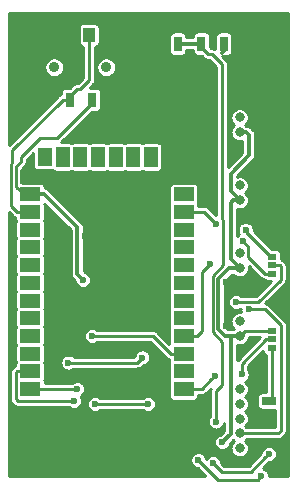
<source format=gbl>
%TF.GenerationSoftware,KiCad,Pcbnew,4.0.2-stable*%
%TF.CreationDate,2016-06-26T16:54:10-05:00*%
%TF.ProjectId,knee,6B6E65652E6B696361645F7063620000,rev?*%
%TF.FileFunction,Copper,L2,Bot,Signal*%
%FSLAX46Y46*%
G04 Gerber Fmt 4.6, Leading zero omitted, Abs format (unit mm)*
G04 Created by KiCad (PCBNEW 4.0.2-stable) date 6/26/2016 4:54:10 PM*
%MOMM*%
G01*
G04 APERTURE LIST*
%ADD10C,0.100000*%
%ADD11C,0.909320*%
%ADD12R,0.700000X1.300000*%
%ADD13R,1.000000X1.250000*%
%ADD14R,0.762000X0.508000*%
%ADD15R,0.800000X0.800000*%
%ADD16O,0.800000X0.800000*%
%ADD17R,1.300000X0.700000*%
%ADD18R,1.699260X1.198880*%
%ADD19R,1.198880X1.597660*%
%ADD20R,1.198880X1.699260*%
%ADD21C,0.600000*%
%ADD22C,0.350000*%
%ADD23C,0.250000*%
%ADD24C,0.254000*%
G04 APERTURE END LIST*
D10*
D11*
X186449640Y-44750640D03*
X182050360Y-44750640D03*
D12*
X196400000Y-42750000D03*
X194500000Y-42750000D03*
X192500000Y-42750000D03*
X190600000Y-42750000D03*
D13*
X183000000Y-42000000D03*
X185000000Y-42000000D03*
D14*
X200500000Y-61500000D03*
X200500000Y-62211200D03*
X200500000Y-60788800D03*
X200500000Y-67788800D03*
X200500000Y-67077600D03*
X200500000Y-68500000D03*
D15*
X197750000Y-57250000D03*
D16*
X197750000Y-56000000D03*
X197750000Y-54750000D03*
D15*
X197750000Y-78250000D03*
D16*
X197750000Y-77000000D03*
X197750000Y-75750000D03*
X197750000Y-74500000D03*
X197750000Y-73250000D03*
X197750000Y-72000000D03*
D15*
X197750000Y-63000000D03*
D16*
X197750000Y-61750000D03*
X197750000Y-60500000D03*
D15*
X197750000Y-68750000D03*
D16*
X197750000Y-67500000D03*
X197750000Y-66250000D03*
D12*
X183350000Y-47500000D03*
X185250000Y-47500000D03*
D17*
X200250000Y-73000000D03*
X200250000Y-74900000D03*
D18*
X180000000Y-57001300D03*
X180000000Y-55500160D03*
X180000000Y-54001560D03*
X180000000Y-58499900D03*
X180000000Y-60001040D03*
X180000000Y-61499640D03*
X180000000Y-63000780D03*
X180000000Y-64499380D03*
X180000000Y-66000520D03*
X180000000Y-67501660D03*
X180000000Y-69000260D03*
X180000000Y-70501400D03*
X180000000Y-72000000D03*
D19*
X181249680Y-52304840D03*
D20*
X182753360Y-52350560D03*
X184251960Y-52350560D03*
X185750560Y-52350560D03*
X187249160Y-52350560D03*
X188747760Y-52350560D03*
X190246360Y-52350560D03*
D19*
X191744960Y-52302300D03*
D18*
X192999720Y-54001560D03*
X192999720Y-55500160D03*
X192999720Y-57003840D03*
X192999720Y-58499900D03*
X192999720Y-60001040D03*
X192999720Y-61499640D03*
X192999720Y-63000780D03*
X192999720Y-64499380D03*
X192999720Y-66000520D03*
X192999720Y-67501660D03*
X192999720Y-69000260D03*
X192999720Y-70501400D03*
X192999720Y-72000000D03*
D15*
X197750000Y-51500000D03*
D16*
X197750000Y-50250000D03*
X197750000Y-49000000D03*
D21*
X184500000Y-62750000D03*
X196250000Y-76500000D03*
X189250000Y-65000000D03*
X195624980Y-44967045D03*
X196625020Y-66624980D03*
X196625020Y-62967045D03*
X200250000Y-74000000D03*
X200250000Y-76500000D03*
X199250000Y-69750000D03*
X183000000Y-75500000D03*
X191500000Y-73250000D03*
X184675020Y-59000000D03*
X182750000Y-56000000D03*
X193500000Y-44750000D03*
X198500000Y-65250000D03*
X185500000Y-73254749D03*
X190000000Y-73250000D03*
X196400000Y-42750000D03*
X184000000Y-72000000D03*
X183750000Y-73000000D03*
X199575033Y-79375030D03*
X194250000Y-78000000D03*
X200227590Y-77477032D03*
X195500000Y-78250000D03*
X189500000Y-69324980D03*
X197436326Y-64624980D03*
X183250000Y-69750000D03*
X195220483Y-61440965D03*
X198000000Y-59500000D03*
X195750000Y-58000000D03*
X198250000Y-58500000D03*
X195649702Y-70874971D03*
X197925051Y-70750000D03*
X195750000Y-74750000D03*
X185250000Y-67500000D03*
D22*
X197184315Y-61750000D02*
X197750000Y-61750000D01*
X196843063Y-61750000D02*
X197184315Y-61750000D01*
X196250000Y-76500000D02*
X196974999Y-75775001D01*
X196501038Y-67500000D02*
X195950019Y-66948981D01*
X195950019Y-62643044D02*
X196843063Y-61750000D01*
X195950019Y-66948981D02*
X195950019Y-62643044D01*
X196974999Y-75775001D02*
X196974999Y-67709316D01*
X197184315Y-67500000D02*
X197750000Y-67500000D01*
X197750000Y-67500000D02*
X196501038Y-67500000D01*
X196974999Y-67709316D02*
X197184315Y-67500000D01*
X184000000Y-58300530D02*
X184000000Y-62250000D01*
X184000000Y-62250000D02*
X184500000Y-62750000D01*
X180000000Y-55500160D02*
X181199630Y-55500160D01*
X181199630Y-55500160D02*
X184000000Y-58300530D01*
D23*
X179464528Y-55500160D02*
X180000000Y-55500160D01*
X178825369Y-54861001D02*
X179464528Y-55500160D01*
X178825369Y-53142119D02*
X178825369Y-54861001D01*
X179200011Y-52767477D02*
X178825369Y-53142119D01*
X179200011Y-52371237D02*
X179200011Y-52767477D01*
X185250000Y-47800000D02*
X182300000Y-50750000D01*
X180821248Y-50750000D02*
X179200011Y-52371237D01*
X182300000Y-50750000D02*
X180821248Y-50750000D01*
X185250000Y-47500000D02*
X185250000Y-47800000D01*
X197750000Y-67500000D02*
X198172400Y-67077600D01*
X198172400Y-67077600D02*
X200500000Y-67077600D01*
D22*
X197750000Y-56000000D02*
X196974999Y-55224999D01*
X196974999Y-55224999D02*
X196974999Y-53750003D01*
X196974999Y-53750003D02*
X198525001Y-52200001D01*
X198525001Y-52200001D02*
X198525001Y-50459316D01*
X198525001Y-50459316D02*
X198315685Y-50250000D01*
X198315685Y-50250000D02*
X197750000Y-50250000D01*
X197750000Y-61750000D02*
X196974999Y-60974999D01*
X196974999Y-60974999D02*
X196974999Y-56209316D01*
X196974999Y-56209316D02*
X197184315Y-56000000D01*
X197184315Y-56000000D02*
X197750000Y-56000000D01*
X190600000Y-42750000D02*
X190600000Y-43750000D01*
X190600000Y-43750000D02*
X191220801Y-44370801D01*
X191220801Y-44370801D02*
X191220801Y-63029199D01*
X191220801Y-63029199D02*
X189250000Y-65000000D01*
D23*
X195407935Y-44750000D02*
X195624980Y-44967045D01*
X193500000Y-44750000D02*
X195407935Y-44750000D01*
D22*
X196625020Y-66624980D02*
X196625020Y-66200716D01*
X196625020Y-66200716D02*
X196625020Y-62967045D01*
X200250000Y-74000000D02*
X200250000Y-74900000D01*
X197750000Y-78250000D02*
X198500000Y-78250000D01*
X198500000Y-78250000D02*
X200250000Y-76500000D01*
X199250000Y-69750000D02*
X198950001Y-70049999D01*
X198950001Y-70049999D02*
X198950001Y-73900001D01*
X198950001Y-73900001D02*
X199950000Y-74900000D01*
X199950000Y-74900000D02*
X200250000Y-74900000D01*
X191200001Y-75299999D02*
X191000000Y-75500000D01*
X191000000Y-75500000D02*
X183000000Y-75500000D01*
X191500000Y-73250000D02*
X191200001Y-73549999D01*
X191200001Y-73549999D02*
X191200001Y-75299999D01*
D23*
X182750000Y-56000000D02*
X184675020Y-57925020D01*
X184675020Y-58575736D02*
X184675020Y-59000000D01*
X184675020Y-57925020D02*
X184675020Y-58575736D01*
X190600000Y-42750000D02*
X190600000Y-43050000D01*
X190600000Y-43050000D02*
X192300000Y-44750000D01*
X192300000Y-44750000D02*
X193500000Y-44750000D01*
X200985002Y-75750000D02*
X201225001Y-75510001D01*
X197750000Y-75750000D02*
X200985002Y-75750000D01*
X201225001Y-75510001D02*
X201225001Y-66576839D01*
X201225001Y-66576839D02*
X199898162Y-65250000D01*
X199898162Y-65250000D02*
X198500000Y-65250000D01*
X185504749Y-73250000D02*
X185500000Y-73254749D01*
X190000000Y-73250000D02*
X185504749Y-73250000D01*
D22*
X196400000Y-42750000D02*
X196400000Y-43350000D01*
X196400000Y-43350000D02*
X196250000Y-43500000D01*
D23*
X180000000Y-72000000D02*
X184000000Y-72000000D01*
X180000000Y-70501400D02*
X178900370Y-70501400D01*
X178900370Y-70501400D02*
X178825369Y-70576401D01*
X178825369Y-70576401D02*
X178825369Y-72859441D01*
X178825369Y-72859441D02*
X178965928Y-73000000D01*
X178965928Y-73000000D02*
X183750000Y-73000000D01*
X194250000Y-78000000D02*
X195925029Y-79675029D01*
X199275034Y-79675029D02*
X199575033Y-79375030D01*
X195925029Y-79675029D02*
X199275034Y-79675029D01*
X199927591Y-77777031D02*
X200227590Y-77477032D01*
X195500000Y-78250000D02*
X196225001Y-78975001D01*
X196225001Y-78975001D02*
X198729621Y-78975001D01*
X198729621Y-78975001D02*
X199927591Y-77777031D01*
X178375359Y-52955719D02*
X178375359Y-56476289D01*
X178375359Y-56476289D02*
X178900370Y-57001300D01*
X178900370Y-57001300D02*
X180000000Y-57001300D01*
X182750000Y-47500000D02*
X178500000Y-51750000D01*
X178500000Y-51750000D02*
X178500000Y-52831078D01*
X183350000Y-47500000D02*
X182750000Y-47500000D01*
X178500000Y-52831078D02*
X178375359Y-52955719D01*
X185000000Y-42000000D02*
X185000000Y-45850000D01*
X185000000Y-45850000D02*
X184250000Y-46600000D01*
X184250000Y-46600000D02*
X183950000Y-46600000D01*
X183950000Y-46600000D02*
X183350000Y-47200000D01*
X183350000Y-47200000D02*
X183350000Y-47500000D01*
X189200001Y-69624979D02*
X189500000Y-69324980D01*
X183250000Y-69750000D02*
X189074980Y-69750000D01*
X189074980Y-69750000D02*
X189200001Y-69624979D01*
X197860590Y-64624980D02*
X197436326Y-64624980D01*
X199311982Y-64624980D02*
X197860590Y-64624980D01*
X201209201Y-62727761D02*
X199311982Y-64624980D01*
X201209201Y-61578201D02*
X201209201Y-62727761D01*
X200500000Y-61500000D02*
X201131000Y-61500000D01*
X201131000Y-61500000D02*
X201209201Y-61578201D01*
X194549989Y-62111459D02*
X194920484Y-61740964D01*
X194099350Y-67501660D02*
X194549989Y-67051021D01*
X194920484Y-61740964D02*
X195220483Y-61440965D01*
X192999720Y-67501660D02*
X194099350Y-67501660D01*
X194549989Y-67051021D02*
X194549989Y-62111459D01*
X198475001Y-60817201D02*
X198475001Y-59975001D01*
X199869000Y-62211200D02*
X198475001Y-60817201D01*
X200500000Y-62211200D02*
X199869000Y-62211200D01*
X198475001Y-59975001D02*
X198000000Y-59500000D01*
X195750000Y-58000000D02*
X194753840Y-57003840D01*
X194753840Y-57003840D02*
X192999720Y-57003840D01*
X200500000Y-60788800D02*
X200373000Y-60788800D01*
X200373000Y-60788800D02*
X198250000Y-58665800D01*
X198250000Y-58665800D02*
X198250000Y-58500000D01*
X194524673Y-72000000D02*
X195349703Y-71174970D01*
X197925051Y-69849187D02*
X197925051Y-70325736D01*
X199985438Y-67788800D02*
X197925051Y-69849187D01*
X200500000Y-67788800D02*
X199985438Y-67788800D01*
X195349703Y-71174970D02*
X195649702Y-70874971D01*
X197925051Y-70325736D02*
X197925051Y-70750000D01*
X192999720Y-72000000D02*
X194524673Y-72000000D01*
X200500000Y-68500000D02*
X200500000Y-72750000D01*
X200500000Y-72750000D02*
X200250000Y-73000000D01*
X196250000Y-57574998D02*
X196250000Y-44500000D01*
X196250000Y-44500000D02*
X195400000Y-43650000D01*
X195400000Y-43650000D02*
X195100000Y-43650000D01*
X195100000Y-43650000D02*
X194500000Y-43050000D01*
X194500000Y-43050000D02*
X194500000Y-42750000D01*
X195450009Y-67156091D02*
X195450009Y-62435934D01*
X195450009Y-62435934D02*
X196375001Y-61510942D01*
X196375001Y-61510942D02*
X196375001Y-57699999D01*
X196375001Y-57699999D02*
X196250000Y-57574998D01*
X196274703Y-67980785D02*
X195450009Y-67156091D01*
X196274703Y-71621173D02*
X196274703Y-67980785D01*
X195750000Y-72145876D02*
X196274703Y-71621173D01*
X195750000Y-74750000D02*
X195750000Y-72145876D01*
D22*
X192500000Y-42750000D02*
X194500000Y-42750000D01*
D23*
X190399830Y-67500000D02*
X191900090Y-69000260D01*
X191900090Y-69000260D02*
X192999720Y-69000260D01*
X185250000Y-67500000D02*
X190399830Y-67500000D01*
D24*
G36*
X201819000Y-79319000D02*
X200255912Y-79319000D01*
X200256062Y-79308255D01*
X200230122Y-79177247D01*
X200179230Y-79053773D01*
X200105324Y-78942536D01*
X200011219Y-78847772D01*
X199900500Y-78773091D01*
X199777385Y-78721338D01*
X199712247Y-78707967D01*
X200261298Y-78158916D01*
X200280088Y-78159310D01*
X200411610Y-78136119D01*
X200536123Y-78087824D01*
X200648884Y-78016264D01*
X200745598Y-77924164D01*
X200822581Y-77815034D01*
X200876901Y-77693029D01*
X200906489Y-77562797D01*
X200908619Y-77410257D01*
X200882679Y-77279249D01*
X200831787Y-77155775D01*
X200757881Y-77044538D01*
X200663776Y-76949774D01*
X200553057Y-76875093D01*
X200429942Y-76823340D01*
X200299118Y-76796486D01*
X200165571Y-76795553D01*
X200034385Y-76820578D01*
X199910559Y-76870607D01*
X199798808Y-76943735D01*
X199703390Y-77037176D01*
X199627938Y-77147370D01*
X199575326Y-77270122D01*
X199547560Y-77400754D01*
X199546983Y-77442047D01*
X198520029Y-78469001D01*
X196434593Y-78469001D01*
X196180585Y-78214993D01*
X196181029Y-78183225D01*
X196155089Y-78052217D01*
X196104197Y-77928743D01*
X196030291Y-77817506D01*
X195936186Y-77722742D01*
X195825467Y-77648061D01*
X195702352Y-77596308D01*
X195571528Y-77569454D01*
X195437981Y-77568521D01*
X195306795Y-77593546D01*
X195182969Y-77643575D01*
X195071218Y-77716703D01*
X194975800Y-77810144D01*
X194922168Y-77888471D01*
X194905089Y-77802217D01*
X194854197Y-77678743D01*
X194780291Y-77567506D01*
X194686186Y-77472742D01*
X194575467Y-77398061D01*
X194452352Y-77346308D01*
X194321528Y-77319454D01*
X194187981Y-77318521D01*
X194056795Y-77343546D01*
X193932969Y-77393575D01*
X193821218Y-77466703D01*
X193725800Y-77560144D01*
X193650348Y-77670338D01*
X193597736Y-77793090D01*
X193569970Y-77923722D01*
X193568105Y-78057260D01*
X193592213Y-78188617D01*
X193641377Y-78312790D01*
X193713722Y-78425048D01*
X193806495Y-78521117D01*
X193916160Y-78597336D01*
X194038541Y-78650803D01*
X194168977Y-78679481D01*
X194214850Y-78680442D01*
X194853408Y-79319000D01*
X178181000Y-79319000D01*
X178181000Y-56997522D01*
X178542574Y-57359096D01*
X178578688Y-57388760D01*
X178614497Y-57418807D01*
X178616828Y-57420089D01*
X178618885Y-57421778D01*
X178660104Y-57443880D01*
X178701035Y-57466382D01*
X178703568Y-57467186D01*
X178705917Y-57468445D01*
X178750626Y-57482113D01*
X178767527Y-57487475D01*
X178767527Y-57600740D01*
X178772365Y-57661413D01*
X178800870Y-57753458D01*
X178782684Y-57793802D01*
X178767527Y-57900460D01*
X178767527Y-59099340D01*
X178772365Y-59160013D01*
X178801336Y-59253563D01*
X178782684Y-59294942D01*
X178767527Y-59401600D01*
X178767527Y-60600480D01*
X178772365Y-60661153D01*
X178800870Y-60753198D01*
X178782684Y-60793542D01*
X178767527Y-60900200D01*
X178767527Y-62099080D01*
X178772365Y-62159753D01*
X178801336Y-62253303D01*
X178782684Y-62294682D01*
X178767527Y-62401340D01*
X178767527Y-63600220D01*
X178772365Y-63660893D01*
X178800870Y-63752938D01*
X178782684Y-63793282D01*
X178767527Y-63899940D01*
X178767527Y-65098820D01*
X178772365Y-65159493D01*
X178801336Y-65253043D01*
X178782684Y-65294422D01*
X178767527Y-65401080D01*
X178767527Y-66599960D01*
X178772365Y-66660633D01*
X178801336Y-66754183D01*
X178782684Y-66795562D01*
X178767527Y-66902220D01*
X178767527Y-68101100D01*
X178772365Y-68161773D01*
X178800870Y-68253818D01*
X178782684Y-68294162D01*
X178767527Y-68400820D01*
X178767527Y-69599700D01*
X178772365Y-69660373D01*
X178801336Y-69753923D01*
X178782684Y-69795302D01*
X178767527Y-69901960D01*
X178767527Y-70015471D01*
X178757272Y-70018567D01*
X178712458Y-70031587D01*
X178710099Y-70032810D01*
X178707548Y-70033580D01*
X178666260Y-70055533D01*
X178624782Y-70077033D01*
X178622702Y-70078694D01*
X178620354Y-70079942D01*
X178584157Y-70109464D01*
X178547604Y-70138643D01*
X178543902Y-70142294D01*
X178543825Y-70142357D01*
X178543766Y-70142428D01*
X178542574Y-70143604D01*
X178467573Y-70218605D01*
X178437909Y-70254719D01*
X178407862Y-70290528D01*
X178406580Y-70292859D01*
X178404891Y-70294916D01*
X178382808Y-70336100D01*
X178360287Y-70377066D01*
X178359482Y-70379604D01*
X178358225Y-70381948D01*
X178344566Y-70426623D01*
X178330426Y-70471198D01*
X178330129Y-70473844D01*
X178329352Y-70476386D01*
X178324632Y-70522852D01*
X178319418Y-70569336D01*
X178319382Y-70574537D01*
X178319372Y-70574635D01*
X178319381Y-70574726D01*
X178319369Y-70576401D01*
X178319369Y-72859441D01*
X178323931Y-72905971D01*
X178328004Y-72952520D01*
X178328746Y-72955075D01*
X178329006Y-72957724D01*
X178342514Y-73002463D01*
X178355555Y-73047353D01*
X178356780Y-73049717D01*
X178357549Y-73052263D01*
X178379484Y-73093516D01*
X178401002Y-73135029D01*
X178402663Y-73137109D01*
X178403911Y-73139457D01*
X178433433Y-73175654D01*
X178462612Y-73212207D01*
X178466263Y-73215909D01*
X178466326Y-73215986D01*
X178466397Y-73216045D01*
X178467573Y-73217237D01*
X178608132Y-73357796D01*
X178644246Y-73387460D01*
X178680055Y-73417507D01*
X178682386Y-73418789D01*
X178684443Y-73420478D01*
X178725627Y-73442561D01*
X178766593Y-73465082D01*
X178769131Y-73465887D01*
X178771475Y-73467144D01*
X178816150Y-73480803D01*
X178860725Y-73494943D01*
X178863371Y-73495240D01*
X178865913Y-73496017D01*
X178912383Y-73500737D01*
X178958863Y-73505951D01*
X178964063Y-73505987D01*
X178964161Y-73505997D01*
X178964252Y-73505988D01*
X178965928Y-73506000D01*
X183291897Y-73506000D01*
X183306495Y-73521117D01*
X183416160Y-73597336D01*
X183538541Y-73650803D01*
X183668977Y-73679481D01*
X183802498Y-73682278D01*
X183934020Y-73659087D01*
X184058533Y-73610792D01*
X184171294Y-73539232D01*
X184268008Y-73447132D01*
X184344991Y-73338002D01*
X184356563Y-73312009D01*
X184818105Y-73312009D01*
X184842213Y-73443366D01*
X184891377Y-73567539D01*
X184963722Y-73679797D01*
X185056495Y-73775866D01*
X185166160Y-73852085D01*
X185288541Y-73905552D01*
X185418977Y-73934230D01*
X185552498Y-73937027D01*
X185684020Y-73913836D01*
X185808533Y-73865541D01*
X185921294Y-73793981D01*
X185961178Y-73756000D01*
X189541897Y-73756000D01*
X189556495Y-73771117D01*
X189666160Y-73847336D01*
X189788541Y-73900803D01*
X189918977Y-73929481D01*
X190052498Y-73932278D01*
X190184020Y-73909087D01*
X190308533Y-73860792D01*
X190421294Y-73789232D01*
X190518008Y-73697132D01*
X190594991Y-73588002D01*
X190649311Y-73465997D01*
X190678899Y-73335765D01*
X190681029Y-73183225D01*
X190655089Y-73052217D01*
X190604197Y-72928743D01*
X190530291Y-72817506D01*
X190436186Y-72722742D01*
X190325467Y-72648061D01*
X190202352Y-72596308D01*
X190071528Y-72569454D01*
X189937981Y-72568521D01*
X189806795Y-72593546D01*
X189682969Y-72643575D01*
X189571218Y-72716703D01*
X189543343Y-72744000D01*
X185952580Y-72744000D01*
X185936186Y-72727491D01*
X185825467Y-72652810D01*
X185702352Y-72601057D01*
X185571528Y-72574203D01*
X185437981Y-72573270D01*
X185306795Y-72598295D01*
X185182969Y-72648324D01*
X185071218Y-72721452D01*
X184975800Y-72814893D01*
X184900348Y-72925087D01*
X184847736Y-73047839D01*
X184819970Y-73178471D01*
X184818105Y-73312009D01*
X184356563Y-73312009D01*
X184399311Y-73215997D01*
X184428899Y-73085765D01*
X184431029Y-72933225D01*
X184405089Y-72802217D01*
X184354197Y-72678743D01*
X184308897Y-72610561D01*
X184421294Y-72539232D01*
X184518008Y-72447132D01*
X184594991Y-72338002D01*
X184649311Y-72215997D01*
X184678899Y-72085765D01*
X184681029Y-71933225D01*
X184655089Y-71802217D01*
X184604197Y-71678743D01*
X184530291Y-71567506D01*
X184436186Y-71472742D01*
X184325467Y-71398061D01*
X184202352Y-71346308D01*
X184071528Y-71319454D01*
X183937981Y-71318521D01*
X183806795Y-71343546D01*
X183682969Y-71393575D01*
X183571218Y-71466703D01*
X183543343Y-71494000D01*
X181232473Y-71494000D01*
X181232473Y-71400560D01*
X181227635Y-71339887D01*
X181199130Y-71247842D01*
X181217316Y-71207498D01*
X181232473Y-71100840D01*
X181232473Y-69901960D01*
X181227635Y-69841287D01*
X181217098Y-69807260D01*
X182568105Y-69807260D01*
X182592213Y-69938617D01*
X182641377Y-70062790D01*
X182713722Y-70175048D01*
X182806495Y-70271117D01*
X182916160Y-70347336D01*
X183038541Y-70400803D01*
X183168977Y-70429481D01*
X183302498Y-70432278D01*
X183434020Y-70409087D01*
X183558533Y-70360792D01*
X183671294Y-70289232D01*
X183706191Y-70256000D01*
X189074980Y-70256000D01*
X189121510Y-70251438D01*
X189168059Y-70247365D01*
X189170614Y-70246623D01*
X189173263Y-70246363D01*
X189218002Y-70232855D01*
X189262892Y-70219814D01*
X189265256Y-70218589D01*
X189267802Y-70217820D01*
X189309055Y-70195885D01*
X189350568Y-70174367D01*
X189352648Y-70172706D01*
X189354996Y-70171458D01*
X189391193Y-70141936D01*
X189427746Y-70112757D01*
X189431448Y-70109106D01*
X189431525Y-70109043D01*
X189431584Y-70108972D01*
X189432776Y-70107796D01*
X189533708Y-70006864D01*
X189552498Y-70007258D01*
X189684020Y-69984067D01*
X189808533Y-69935772D01*
X189921294Y-69864212D01*
X190018008Y-69772112D01*
X190094991Y-69662982D01*
X190149311Y-69540977D01*
X190178899Y-69410745D01*
X190181029Y-69258205D01*
X190155089Y-69127197D01*
X190104197Y-69003723D01*
X190030291Y-68892486D01*
X189936186Y-68797722D01*
X189825467Y-68723041D01*
X189702352Y-68671288D01*
X189571528Y-68644434D01*
X189437981Y-68643501D01*
X189306795Y-68668526D01*
X189182969Y-68718555D01*
X189071218Y-68791683D01*
X188975800Y-68885124D01*
X188900348Y-68995318D01*
X188847736Y-69118070D01*
X188820969Y-69244000D01*
X183707296Y-69244000D01*
X183686186Y-69222742D01*
X183575467Y-69148061D01*
X183452352Y-69096308D01*
X183321528Y-69069454D01*
X183187981Y-69068521D01*
X183056795Y-69093546D01*
X182932969Y-69143575D01*
X182821218Y-69216703D01*
X182725800Y-69310144D01*
X182650348Y-69420338D01*
X182597736Y-69543090D01*
X182569970Y-69673722D01*
X182568105Y-69807260D01*
X181217098Y-69807260D01*
X181198664Y-69747737D01*
X181217316Y-69706358D01*
X181232473Y-69599700D01*
X181232473Y-68400820D01*
X181227635Y-68340147D01*
X181199130Y-68248102D01*
X181217316Y-68207758D01*
X181232473Y-68101100D01*
X181232473Y-67557260D01*
X184568105Y-67557260D01*
X184592213Y-67688617D01*
X184641377Y-67812790D01*
X184713722Y-67925048D01*
X184806495Y-68021117D01*
X184916160Y-68097336D01*
X185038541Y-68150803D01*
X185168977Y-68179481D01*
X185302498Y-68182278D01*
X185434020Y-68159087D01*
X185558533Y-68110792D01*
X185671294Y-68039232D01*
X185706191Y-68006000D01*
X190190238Y-68006000D01*
X191542294Y-69358056D01*
X191578408Y-69387720D01*
X191614217Y-69417767D01*
X191616548Y-69419049D01*
X191618605Y-69420738D01*
X191659789Y-69442821D01*
X191700755Y-69465342D01*
X191703293Y-69466147D01*
X191705637Y-69467404D01*
X191750312Y-69481063D01*
X191767247Y-69486435D01*
X191767247Y-69599700D01*
X191772085Y-69660373D01*
X191801056Y-69753923D01*
X191782404Y-69795302D01*
X191767247Y-69901960D01*
X191767247Y-71100840D01*
X191772085Y-71161513D01*
X191800590Y-71253558D01*
X191782404Y-71293902D01*
X191767247Y-71400560D01*
X191767247Y-72599440D01*
X191772085Y-72660113D01*
X191803954Y-72763020D01*
X191863230Y-72852975D01*
X191945220Y-72922855D01*
X192043432Y-72967126D01*
X192150090Y-72982283D01*
X193849350Y-72982283D01*
X193910023Y-72977445D01*
X194012930Y-72945576D01*
X194102885Y-72886300D01*
X194172765Y-72804310D01*
X194217036Y-72706098D01*
X194232193Y-72599440D01*
X194232193Y-72506000D01*
X194524673Y-72506000D01*
X194571203Y-72501438D01*
X194617752Y-72497365D01*
X194620307Y-72496623D01*
X194622956Y-72496363D01*
X194667695Y-72482855D01*
X194712585Y-72469814D01*
X194714949Y-72468589D01*
X194717495Y-72467820D01*
X194758748Y-72445885D01*
X194800261Y-72424367D01*
X194802341Y-72422706D01*
X194804689Y-72421458D01*
X194840886Y-72391936D01*
X194877439Y-72362757D01*
X194881141Y-72359106D01*
X194881218Y-72359043D01*
X194881277Y-72358972D01*
X194882469Y-72357796D01*
X195280220Y-71960045D01*
X195269197Y-71996098D01*
X195255057Y-72040673D01*
X195254760Y-72043319D01*
X195253983Y-72045861D01*
X195249263Y-72092327D01*
X195244049Y-72138811D01*
X195244013Y-72144012D01*
X195244003Y-72144110D01*
X195244012Y-72144201D01*
X195244000Y-72145876D01*
X195244000Y-74292321D01*
X195225800Y-74310144D01*
X195150348Y-74420338D01*
X195097736Y-74543090D01*
X195069970Y-74673722D01*
X195068105Y-74807260D01*
X195092213Y-74938617D01*
X195141377Y-75062790D01*
X195213722Y-75175048D01*
X195306495Y-75271117D01*
X195416160Y-75347336D01*
X195538541Y-75400803D01*
X195668977Y-75429481D01*
X195802498Y-75432278D01*
X195934020Y-75409087D01*
X196058533Y-75360792D01*
X196171294Y-75289232D01*
X196268008Y-75197132D01*
X196344991Y-75088002D01*
X196399311Y-74965997D01*
X196418999Y-74879340D01*
X196418999Y-75544698D01*
X196135086Y-75828611D01*
X196056795Y-75843546D01*
X195932969Y-75893575D01*
X195821218Y-75966703D01*
X195725800Y-76060144D01*
X195650348Y-76170338D01*
X195597736Y-76293090D01*
X195569970Y-76423722D01*
X195568105Y-76557260D01*
X195592213Y-76688617D01*
X195641377Y-76812790D01*
X195713722Y-76925048D01*
X195806495Y-77021117D01*
X195916160Y-77097336D01*
X196038541Y-77150803D01*
X196168977Y-77179481D01*
X196302498Y-77182278D01*
X196434020Y-77159087D01*
X196558533Y-77110792D01*
X196671294Y-77039232D01*
X196768008Y-76947132D01*
X196844991Y-76838002D01*
X196899311Y-76715997D01*
X196922538Y-76613765D01*
X197215734Y-76320568D01*
X197281856Y-76375269D01*
X197203563Y-76438218D01*
X197105586Y-76554982D01*
X197032155Y-76688552D01*
X196986067Y-76833842D01*
X196969076Y-76985317D01*
X196969000Y-76996221D01*
X196969000Y-77003779D01*
X196983874Y-77155476D01*
X197027930Y-77301395D01*
X197099489Y-77435978D01*
X197195825Y-77554098D01*
X197313270Y-77651257D01*
X197447350Y-77723754D01*
X197592958Y-77768827D01*
X197744548Y-77784760D01*
X197896345Y-77770945D01*
X198042568Y-77727910D01*
X198177647Y-77657292D01*
X198296437Y-77561782D01*
X198394414Y-77445018D01*
X198467845Y-77311448D01*
X198513933Y-77166158D01*
X198530924Y-77014683D01*
X198531000Y-77003779D01*
X198531000Y-76996221D01*
X198516126Y-76844524D01*
X198472070Y-76698605D01*
X198400511Y-76564022D01*
X198304175Y-76445902D01*
X198218144Y-76374731D01*
X198296437Y-76311782D01*
X198343244Y-76256000D01*
X200985002Y-76256000D01*
X201031532Y-76251438D01*
X201078081Y-76247365D01*
X201080636Y-76246623D01*
X201083285Y-76246363D01*
X201128024Y-76232855D01*
X201172914Y-76219814D01*
X201175278Y-76218589D01*
X201177824Y-76217820D01*
X201219077Y-76195885D01*
X201260590Y-76174367D01*
X201262670Y-76172706D01*
X201265018Y-76171458D01*
X201301215Y-76141936D01*
X201337768Y-76112757D01*
X201341470Y-76109106D01*
X201341547Y-76109043D01*
X201341606Y-76108972D01*
X201342798Y-76107796D01*
X201582797Y-75867797D01*
X201612461Y-75831683D01*
X201642508Y-75795874D01*
X201643790Y-75793543D01*
X201645479Y-75791486D01*
X201667581Y-75750267D01*
X201690083Y-75709336D01*
X201690887Y-75706803D01*
X201692146Y-75704454D01*
X201705814Y-75659745D01*
X201719944Y-75615204D01*
X201720241Y-75612557D01*
X201721018Y-75610015D01*
X201725737Y-75563555D01*
X201730952Y-75517066D01*
X201730988Y-75511865D01*
X201730998Y-75511767D01*
X201730989Y-75511676D01*
X201731001Y-75510001D01*
X201731001Y-66576839D01*
X201726443Y-66530350D01*
X201722366Y-66483760D01*
X201721624Y-66481205D01*
X201721364Y-66478556D01*
X201707852Y-66433803D01*
X201694815Y-66388928D01*
X201693590Y-66386566D01*
X201692821Y-66384017D01*
X201670898Y-66342785D01*
X201649369Y-66301251D01*
X201647705Y-66299167D01*
X201646459Y-66296823D01*
X201616940Y-66260629D01*
X201587758Y-66224074D01*
X201584108Y-66220373D01*
X201584044Y-66220294D01*
X201583971Y-66220234D01*
X201582797Y-66219043D01*
X200255958Y-64892204D01*
X200219844Y-64862540D01*
X200184035Y-64832493D01*
X200181704Y-64831211D01*
X200179647Y-64829522D01*
X200138463Y-64807439D01*
X200097497Y-64784918D01*
X200094959Y-64784113D01*
X200092615Y-64782856D01*
X200047940Y-64769197D01*
X200003365Y-64755057D01*
X200000719Y-64754760D01*
X199998177Y-64753983D01*
X199951711Y-64749263D01*
X199908174Y-64744380D01*
X201566997Y-63085557D01*
X201596661Y-63049443D01*
X201626708Y-63013634D01*
X201627990Y-63011303D01*
X201629679Y-63009246D01*
X201651781Y-62968027D01*
X201674283Y-62927096D01*
X201675087Y-62924563D01*
X201676346Y-62922214D01*
X201690014Y-62877505D01*
X201704144Y-62832964D01*
X201704441Y-62830317D01*
X201705218Y-62827775D01*
X201709937Y-62781315D01*
X201715152Y-62734826D01*
X201715188Y-62729625D01*
X201715198Y-62729527D01*
X201715189Y-62729436D01*
X201715201Y-62727761D01*
X201715201Y-61578201D01*
X201710639Y-61531671D01*
X201706566Y-61485122D01*
X201705824Y-61482567D01*
X201705564Y-61479918D01*
X201692052Y-61435165D01*
X201679015Y-61390290D01*
X201677790Y-61387928D01*
X201677021Y-61385379D01*
X201655077Y-61344108D01*
X201633568Y-61302613D01*
X201631907Y-61300533D01*
X201630659Y-61298185D01*
X201601137Y-61261988D01*
X201571958Y-61225435D01*
X201568307Y-61221733D01*
X201568244Y-61221656D01*
X201568173Y-61221597D01*
X201566997Y-61220405D01*
X201488796Y-61142204D01*
X201452682Y-61112540D01*
X201416873Y-61082493D01*
X201414542Y-61081211D01*
X201412485Y-61079522D01*
X201371301Y-61057439D01*
X201330335Y-61034918D01*
X201327797Y-61034113D01*
X201325453Y-61032856D01*
X201280778Y-61019197D01*
X201263843Y-61013825D01*
X201263843Y-60534800D01*
X201259005Y-60474127D01*
X201227136Y-60371220D01*
X201167860Y-60281265D01*
X201085870Y-60211385D01*
X200987658Y-60167114D01*
X200881000Y-60151957D01*
X200451749Y-60151957D01*
X198920875Y-58621083D01*
X198928899Y-58585765D01*
X198931029Y-58433225D01*
X198905089Y-58302217D01*
X198854197Y-58178743D01*
X198780291Y-58067506D01*
X198686186Y-57972742D01*
X198575467Y-57898061D01*
X198452352Y-57846308D01*
X198321528Y-57819454D01*
X198187981Y-57818521D01*
X198056795Y-57843546D01*
X197932969Y-57893575D01*
X197821218Y-57966703D01*
X197725800Y-58060144D01*
X197650348Y-58170338D01*
X197597736Y-58293090D01*
X197569970Y-58423722D01*
X197568105Y-58557260D01*
X197592213Y-58688617D01*
X197641377Y-58812790D01*
X197691276Y-58890219D01*
X197682969Y-58893575D01*
X197571218Y-58966703D01*
X197530999Y-59006089D01*
X197530999Y-56749648D01*
X197592958Y-56768827D01*
X197744548Y-56784760D01*
X197896345Y-56770945D01*
X198042568Y-56727910D01*
X198177647Y-56657292D01*
X198296437Y-56561782D01*
X198394414Y-56445018D01*
X198467845Y-56311448D01*
X198513933Y-56166158D01*
X198530924Y-56014683D01*
X198531000Y-56003779D01*
X198531000Y-55996221D01*
X198516126Y-55844524D01*
X198472070Y-55698605D01*
X198400511Y-55564022D01*
X198304175Y-55445902D01*
X198218144Y-55374731D01*
X198296437Y-55311782D01*
X198394414Y-55195018D01*
X198467845Y-55061448D01*
X198513933Y-54916158D01*
X198530924Y-54764683D01*
X198531000Y-54753779D01*
X198531000Y-54746221D01*
X198516126Y-54594524D01*
X198472070Y-54448605D01*
X198400511Y-54314022D01*
X198304175Y-54195902D01*
X198186730Y-54098743D01*
X198052650Y-54026246D01*
X197907042Y-53981173D01*
X197755452Y-53965240D01*
X197603655Y-53979055D01*
X197530999Y-54000438D01*
X197530999Y-53980305D01*
X198918152Y-52593152D01*
X198950708Y-52553518D01*
X198983764Y-52514123D01*
X198985174Y-52511558D01*
X198987028Y-52509301D01*
X199011286Y-52464060D01*
X199036040Y-52419033D01*
X199036924Y-52416247D01*
X199038306Y-52413669D01*
X199053326Y-52364541D01*
X199068851Y-52315600D01*
X199069177Y-52312695D01*
X199070032Y-52309898D01*
X199075224Y-52258788D01*
X199080947Y-52207764D01*
X199080987Y-52202052D01*
X199080998Y-52201941D01*
X199080988Y-52201838D01*
X199081001Y-52200001D01*
X199081001Y-50459316D01*
X199075996Y-50408269D01*
X199071514Y-50357040D01*
X199070697Y-50354228D01*
X199070412Y-50351322D01*
X199055570Y-50302162D01*
X199041239Y-50252836D01*
X199039895Y-50250243D01*
X199039049Y-50247441D01*
X199014924Y-50202069D01*
X198991302Y-50156497D01*
X198989478Y-50154212D01*
X198988105Y-50151630D01*
X198955664Y-50111854D01*
X198923604Y-50071692D01*
X198919588Y-50067620D01*
X198919522Y-50067539D01*
X198919447Y-50067477D01*
X198918153Y-50066165D01*
X198708836Y-49856849D01*
X198669180Y-49824275D01*
X198629807Y-49791237D01*
X198627245Y-49789828D01*
X198624986Y-49787973D01*
X198579704Y-49763693D01*
X198534717Y-49738961D01*
X198531933Y-49738078D01*
X198529354Y-49736695D01*
X198480211Y-49721671D01*
X198431284Y-49706150D01*
X198428379Y-49705824D01*
X198425582Y-49704969D01*
X198374472Y-49699777D01*
X198323448Y-49694054D01*
X198317736Y-49694014D01*
X198317625Y-49694003D01*
X198317522Y-49694013D01*
X198315685Y-49694000D01*
X198301876Y-49694000D01*
X198218144Y-49624731D01*
X198296437Y-49561782D01*
X198394414Y-49445018D01*
X198467845Y-49311448D01*
X198513933Y-49166158D01*
X198530924Y-49014683D01*
X198531000Y-49003779D01*
X198531000Y-48996221D01*
X198516126Y-48844524D01*
X198472070Y-48698605D01*
X198400511Y-48564022D01*
X198304175Y-48445902D01*
X198186730Y-48348743D01*
X198052650Y-48276246D01*
X197907042Y-48231173D01*
X197755452Y-48215240D01*
X197603655Y-48229055D01*
X197457432Y-48272090D01*
X197322353Y-48342708D01*
X197203563Y-48438218D01*
X197105586Y-48554982D01*
X197032155Y-48688552D01*
X196986067Y-48833842D01*
X196969076Y-48985317D01*
X196969000Y-48996221D01*
X196969000Y-49003779D01*
X196983874Y-49155476D01*
X197027930Y-49301395D01*
X197099489Y-49435978D01*
X197195825Y-49554098D01*
X197281856Y-49625269D01*
X197203563Y-49688218D01*
X197105586Y-49804982D01*
X197032155Y-49938552D01*
X196986067Y-50083842D01*
X196969076Y-50235317D01*
X196969000Y-50246221D01*
X196969000Y-50253779D01*
X196983874Y-50405476D01*
X197027930Y-50551395D01*
X197099489Y-50685978D01*
X197195825Y-50804098D01*
X197313270Y-50901257D01*
X197447350Y-50973754D01*
X197592958Y-51018827D01*
X197744548Y-51034760D01*
X197896345Y-51020945D01*
X197969001Y-50999562D01*
X197969001Y-51969699D01*
X196756000Y-53182700D01*
X196756000Y-44500000D01*
X196751442Y-44453511D01*
X196747365Y-44406921D01*
X196746623Y-44404366D01*
X196746363Y-44401717D01*
X196732851Y-44356964D01*
X196719814Y-44312089D01*
X196718589Y-44309727D01*
X196717820Y-44307178D01*
X196695886Y-44265926D01*
X196674368Y-44224413D01*
X196672706Y-44222331D01*
X196671458Y-44219984D01*
X196641921Y-44183768D01*
X196612757Y-44147235D01*
X196609107Y-44143534D01*
X196609043Y-44143455D01*
X196608970Y-44143395D01*
X196607796Y-44142204D01*
X196248435Y-43782843D01*
X196750000Y-43782843D01*
X196810673Y-43778005D01*
X196913580Y-43746136D01*
X197003535Y-43686860D01*
X197073415Y-43604870D01*
X197117686Y-43506658D01*
X197132843Y-43400000D01*
X197132843Y-42100000D01*
X197128005Y-42039327D01*
X197096136Y-41936420D01*
X197036860Y-41846465D01*
X196954870Y-41776585D01*
X196856658Y-41732314D01*
X196750000Y-41717157D01*
X196050000Y-41717157D01*
X195989327Y-41721995D01*
X195886420Y-41753864D01*
X195796465Y-41813140D01*
X195726585Y-41895130D01*
X195682314Y-41993342D01*
X195667157Y-42100000D01*
X195667157Y-43221839D01*
X195640301Y-43207439D01*
X195599335Y-43184918D01*
X195596797Y-43184113D01*
X195594453Y-43182856D01*
X195549778Y-43169197D01*
X195505203Y-43155057D01*
X195502557Y-43154760D01*
X195500015Y-43153983D01*
X195453549Y-43149263D01*
X195407065Y-43144049D01*
X195401864Y-43144013D01*
X195401766Y-43144003D01*
X195401675Y-43144012D01*
X195400000Y-43144000D01*
X195309592Y-43144000D01*
X195232843Y-43067251D01*
X195232843Y-42100000D01*
X195228005Y-42039327D01*
X195196136Y-41936420D01*
X195136860Y-41846465D01*
X195054870Y-41776585D01*
X194956658Y-41732314D01*
X194850000Y-41717157D01*
X194150000Y-41717157D01*
X194089327Y-41721995D01*
X193986420Y-41753864D01*
X193896465Y-41813140D01*
X193826585Y-41895130D01*
X193782314Y-41993342D01*
X193767157Y-42100000D01*
X193767157Y-42194000D01*
X193232843Y-42194000D01*
X193232843Y-42100000D01*
X193228005Y-42039327D01*
X193196136Y-41936420D01*
X193136860Y-41846465D01*
X193054870Y-41776585D01*
X192956658Y-41732314D01*
X192850000Y-41717157D01*
X192150000Y-41717157D01*
X192089327Y-41721995D01*
X191986420Y-41753864D01*
X191896465Y-41813140D01*
X191826585Y-41895130D01*
X191782314Y-41993342D01*
X191767157Y-42100000D01*
X191767157Y-43400000D01*
X191771995Y-43460673D01*
X191803864Y-43563580D01*
X191863140Y-43653535D01*
X191945130Y-43723415D01*
X192043342Y-43767686D01*
X192150000Y-43782843D01*
X192850000Y-43782843D01*
X192910673Y-43778005D01*
X193013580Y-43746136D01*
X193103535Y-43686860D01*
X193173415Y-43604870D01*
X193217686Y-43506658D01*
X193232843Y-43400000D01*
X193232843Y-43306000D01*
X193767157Y-43306000D01*
X193767157Y-43400000D01*
X193771995Y-43460673D01*
X193803864Y-43563580D01*
X193863140Y-43653535D01*
X193945130Y-43723415D01*
X194043342Y-43767686D01*
X194150000Y-43782843D01*
X194517251Y-43782843D01*
X194742204Y-44007796D01*
X194778318Y-44037460D01*
X194814127Y-44067507D01*
X194816458Y-44068789D01*
X194818515Y-44070478D01*
X194859699Y-44092561D01*
X194900665Y-44115082D01*
X194903203Y-44115887D01*
X194905547Y-44117144D01*
X194950222Y-44130803D01*
X194994797Y-44144943D01*
X194997443Y-44145240D01*
X194999985Y-44146017D01*
X195046451Y-44150737D01*
X195092935Y-44155951D01*
X195098136Y-44155987D01*
X195098234Y-44155997D01*
X195098325Y-44155988D01*
X195100000Y-44156000D01*
X195190408Y-44156000D01*
X195744000Y-44709592D01*
X195744000Y-57278408D01*
X195111636Y-56646044D01*
X195075522Y-56616380D01*
X195039713Y-56586333D01*
X195037382Y-56585051D01*
X195035325Y-56583362D01*
X194994141Y-56561279D01*
X194953175Y-56538758D01*
X194950637Y-56537953D01*
X194948293Y-56536696D01*
X194903618Y-56523037D01*
X194859043Y-56508897D01*
X194856397Y-56508600D01*
X194853855Y-56507823D01*
X194807389Y-56503103D01*
X194760905Y-56497889D01*
X194755704Y-56497853D01*
X194755606Y-56497843D01*
X194755515Y-56497852D01*
X194753840Y-56497840D01*
X194232193Y-56497840D01*
X194232193Y-56404400D01*
X194227355Y-56343727D01*
X194197917Y-56248671D01*
X194217036Y-56206258D01*
X194232193Y-56099600D01*
X194232193Y-54900720D01*
X194227355Y-54840047D01*
X194195486Y-54737140D01*
X194136210Y-54647185D01*
X194054220Y-54577305D01*
X193956008Y-54533034D01*
X193849350Y-54517877D01*
X192150090Y-54517877D01*
X192089417Y-54522715D01*
X191986510Y-54554584D01*
X191896555Y-54613860D01*
X191826675Y-54695850D01*
X191782404Y-54794062D01*
X191767247Y-54900720D01*
X191767247Y-56099600D01*
X191772085Y-56160273D01*
X191801523Y-56255329D01*
X191782404Y-56297742D01*
X191767247Y-56404400D01*
X191767247Y-57603280D01*
X191772085Y-57663953D01*
X191800124Y-57754492D01*
X191782404Y-57793802D01*
X191767247Y-57900460D01*
X191767247Y-59099340D01*
X191772085Y-59160013D01*
X191801056Y-59253563D01*
X191782404Y-59294942D01*
X191767247Y-59401600D01*
X191767247Y-60600480D01*
X191772085Y-60661153D01*
X191800590Y-60753198D01*
X191782404Y-60793542D01*
X191767247Y-60900200D01*
X191767247Y-62099080D01*
X191772085Y-62159753D01*
X191801056Y-62253303D01*
X191782404Y-62294682D01*
X191767247Y-62401340D01*
X191767247Y-63600220D01*
X191772085Y-63660893D01*
X191800590Y-63752938D01*
X191782404Y-63793282D01*
X191767247Y-63899940D01*
X191767247Y-65098820D01*
X191772085Y-65159493D01*
X191801056Y-65253043D01*
X191782404Y-65294422D01*
X191767247Y-65401080D01*
X191767247Y-66599960D01*
X191772085Y-66660633D01*
X191801056Y-66754183D01*
X191782404Y-66795562D01*
X191767247Y-66902220D01*
X191767247Y-68101100D01*
X191771642Y-68156220D01*
X190757626Y-67142204D01*
X190721512Y-67112540D01*
X190685703Y-67082493D01*
X190683372Y-67081211D01*
X190681315Y-67079522D01*
X190640131Y-67057439D01*
X190599165Y-67034918D01*
X190596627Y-67034113D01*
X190594283Y-67032856D01*
X190549608Y-67019197D01*
X190505033Y-67005057D01*
X190502387Y-67004760D01*
X190499845Y-67003983D01*
X190453379Y-66999263D01*
X190406895Y-66994049D01*
X190401694Y-66994013D01*
X190401596Y-66994003D01*
X190401505Y-66994012D01*
X190399830Y-66994000D01*
X185707296Y-66994000D01*
X185686186Y-66972742D01*
X185575467Y-66898061D01*
X185452352Y-66846308D01*
X185321528Y-66819454D01*
X185187981Y-66818521D01*
X185056795Y-66843546D01*
X184932969Y-66893575D01*
X184821218Y-66966703D01*
X184725800Y-67060144D01*
X184650348Y-67170338D01*
X184597736Y-67293090D01*
X184569970Y-67423722D01*
X184568105Y-67557260D01*
X181232473Y-67557260D01*
X181232473Y-66902220D01*
X181227635Y-66841547D01*
X181198664Y-66747997D01*
X181217316Y-66706618D01*
X181232473Y-66599960D01*
X181232473Y-65401080D01*
X181227635Y-65340407D01*
X181198664Y-65246857D01*
X181217316Y-65205478D01*
X181232473Y-65098820D01*
X181232473Y-63899940D01*
X181227635Y-63839267D01*
X181199130Y-63747222D01*
X181217316Y-63706878D01*
X181232473Y-63600220D01*
X181232473Y-62401340D01*
X181227635Y-62340667D01*
X181198664Y-62247117D01*
X181217316Y-62205738D01*
X181232473Y-62099080D01*
X181232473Y-60900200D01*
X181227635Y-60839527D01*
X181199130Y-60747482D01*
X181217316Y-60707138D01*
X181232473Y-60600480D01*
X181232473Y-59401600D01*
X181227635Y-59340927D01*
X181198664Y-59247377D01*
X181217316Y-59205998D01*
X181232473Y-59099340D01*
X181232473Y-57900460D01*
X181227635Y-57839787D01*
X181199130Y-57747742D01*
X181217316Y-57707398D01*
X181232473Y-57600740D01*
X181232473Y-56401860D01*
X181227635Y-56341187D01*
X181215648Y-56302480D01*
X183444000Y-58530833D01*
X183444000Y-62250000D01*
X183449009Y-62301089D01*
X183453488Y-62352277D01*
X183454304Y-62355085D01*
X183454589Y-62357994D01*
X183469440Y-62407183D01*
X183483762Y-62456480D01*
X183485106Y-62459073D01*
X183485952Y-62461875D01*
X183510077Y-62507247D01*
X183533699Y-62552819D01*
X183535523Y-62555104D01*
X183536896Y-62557686D01*
X183569362Y-62597493D01*
X183601398Y-62637624D01*
X183605408Y-62641690D01*
X183605479Y-62641777D01*
X183605560Y-62641844D01*
X183606849Y-62643151D01*
X183828703Y-62865005D01*
X183842213Y-62938617D01*
X183891377Y-63062790D01*
X183963722Y-63175048D01*
X184056495Y-63271117D01*
X184166160Y-63347336D01*
X184288541Y-63400803D01*
X184418977Y-63429481D01*
X184552498Y-63432278D01*
X184684020Y-63409087D01*
X184808533Y-63360792D01*
X184921294Y-63289232D01*
X185018008Y-63197132D01*
X185094991Y-63088002D01*
X185149311Y-62965997D01*
X185178899Y-62835765D01*
X185181029Y-62683225D01*
X185155089Y-62552217D01*
X185104197Y-62428743D01*
X185030291Y-62317506D01*
X184936186Y-62222742D01*
X184825467Y-62148061D01*
X184702352Y-62096308D01*
X184614597Y-62078295D01*
X184556000Y-62019698D01*
X184556000Y-58300530D01*
X184550991Y-58249441D01*
X184546512Y-58198253D01*
X184545696Y-58195445D01*
X184545411Y-58192536D01*
X184530560Y-58143347D01*
X184516238Y-58094050D01*
X184514894Y-58091457D01*
X184514048Y-58088655D01*
X184489923Y-58043283D01*
X184466301Y-57997711D01*
X184464477Y-57995426D01*
X184463104Y-57992844D01*
X184430638Y-57953037D01*
X184398602Y-57912906D01*
X184394589Y-57908836D01*
X184394521Y-57908753D01*
X184394444Y-57908689D01*
X184393151Y-57907378D01*
X181592781Y-55107009D01*
X181553125Y-55074435D01*
X181513752Y-55041397D01*
X181511190Y-55039988D01*
X181508931Y-55038133D01*
X181463649Y-55013853D01*
X181418662Y-54989121D01*
X181415878Y-54988238D01*
X181413299Y-54986855D01*
X181364156Y-54971831D01*
X181315229Y-54956310D01*
X181312324Y-54955984D01*
X181309527Y-54955129D01*
X181258417Y-54949937D01*
X181232473Y-54947027D01*
X181232473Y-54900720D01*
X181227635Y-54840047D01*
X181195766Y-54737140D01*
X181136490Y-54647185D01*
X181054500Y-54577305D01*
X180956288Y-54533034D01*
X180849630Y-54517877D01*
X179331369Y-54517877D01*
X179331369Y-53351711D01*
X179557807Y-53125273D01*
X179587471Y-53089159D01*
X179617518Y-53053350D01*
X179618800Y-53051019D01*
X179620489Y-53048962D01*
X179642591Y-53007743D01*
X179665093Y-52966812D01*
X179665897Y-52964279D01*
X179667156Y-52961930D01*
X179680824Y-52917221D01*
X179694954Y-52872680D01*
X179695251Y-52870033D01*
X179696028Y-52867491D01*
X179700747Y-52821031D01*
X179705962Y-52774542D01*
X179705998Y-52769341D01*
X179706008Y-52769243D01*
X179705999Y-52769152D01*
X179706011Y-52767477D01*
X179706011Y-52580829D01*
X180267397Y-52019443D01*
X180267397Y-53103670D01*
X180272235Y-53164343D01*
X180304104Y-53267250D01*
X180363380Y-53357205D01*
X180445370Y-53427085D01*
X180543582Y-53471356D01*
X180650240Y-53486513D01*
X181849120Y-53486513D01*
X181900704Y-53482400D01*
X181949050Y-53523605D01*
X182047262Y-53567876D01*
X182153920Y-53583033D01*
X183352800Y-53583033D01*
X183413473Y-53578195D01*
X183505518Y-53549690D01*
X183545862Y-53567876D01*
X183652520Y-53583033D01*
X184851400Y-53583033D01*
X184912073Y-53578195D01*
X185004118Y-53549690D01*
X185044462Y-53567876D01*
X185151120Y-53583033D01*
X186350000Y-53583033D01*
X186410673Y-53578195D01*
X186502718Y-53549690D01*
X186543062Y-53567876D01*
X186649720Y-53583033D01*
X187848600Y-53583033D01*
X187909273Y-53578195D01*
X188001318Y-53549690D01*
X188041662Y-53567876D01*
X188148320Y-53583033D01*
X189347200Y-53583033D01*
X189407873Y-53578195D01*
X189499918Y-53549690D01*
X189540262Y-53567876D01*
X189646920Y-53583033D01*
X190845800Y-53583033D01*
X190906473Y-53578195D01*
X191009380Y-53546326D01*
X191099335Y-53487050D01*
X191169215Y-53405060D01*
X191213486Y-53306848D01*
X191228643Y-53200190D01*
X191228643Y-51500930D01*
X191223805Y-51440257D01*
X191191936Y-51337350D01*
X191132660Y-51247395D01*
X191050670Y-51177515D01*
X190952458Y-51133244D01*
X190845800Y-51118087D01*
X189646920Y-51118087D01*
X189586247Y-51122925D01*
X189494202Y-51151430D01*
X189453858Y-51133244D01*
X189347200Y-51118087D01*
X188148320Y-51118087D01*
X188087647Y-51122925D01*
X187995602Y-51151430D01*
X187955258Y-51133244D01*
X187848600Y-51118087D01*
X186649720Y-51118087D01*
X186589047Y-51122925D01*
X186497002Y-51151430D01*
X186456658Y-51133244D01*
X186350000Y-51118087D01*
X185151120Y-51118087D01*
X185090447Y-51122925D01*
X184998402Y-51151430D01*
X184958058Y-51133244D01*
X184851400Y-51118087D01*
X183652520Y-51118087D01*
X183591847Y-51122925D01*
X183499802Y-51151430D01*
X183459458Y-51133244D01*
X183352800Y-51118087D01*
X182646089Y-51118087D01*
X182652766Y-51112757D01*
X182656468Y-51109106D01*
X182656545Y-51109043D01*
X182656604Y-51108972D01*
X182657796Y-51107796D01*
X185232749Y-48532843D01*
X185600000Y-48532843D01*
X185660673Y-48528005D01*
X185763580Y-48496136D01*
X185853535Y-48436860D01*
X185923415Y-48354870D01*
X185967686Y-48256658D01*
X185982843Y-48150000D01*
X185982843Y-46850000D01*
X185978005Y-46789327D01*
X185946136Y-46686420D01*
X185886860Y-46596465D01*
X185804870Y-46526585D01*
X185706658Y-46482314D01*
X185600000Y-46467157D01*
X185098435Y-46467157D01*
X185357796Y-46207796D01*
X185387460Y-46171682D01*
X185417507Y-46135873D01*
X185418789Y-46133542D01*
X185420478Y-46131485D01*
X185442561Y-46090301D01*
X185465082Y-46049335D01*
X185465887Y-46046797D01*
X185467144Y-46044453D01*
X185480803Y-45999778D01*
X185494943Y-45955203D01*
X185495240Y-45952557D01*
X185496017Y-45950015D01*
X185500737Y-45903549D01*
X185505951Y-45857065D01*
X185505987Y-45851864D01*
X185505997Y-45851766D01*
X185505988Y-45851675D01*
X185506000Y-45850000D01*
X185506000Y-44820905D01*
X185612882Y-44820905D01*
X185642466Y-44982094D01*
X185702794Y-45134467D01*
X185791570Y-45272220D01*
X185905412Y-45390106D01*
X186039983Y-45483635D01*
X186190158Y-45549245D01*
X186350216Y-45584436D01*
X186514061Y-45587868D01*
X186675453Y-45559410D01*
X186828243Y-45500147D01*
X186966613Y-45412335D01*
X187085291Y-45299319D01*
X187179758Y-45165404D01*
X187246414Y-45015691D01*
X187282722Y-44855883D01*
X187285335Y-44668699D01*
X187253504Y-44507939D01*
X187191054Y-44356423D01*
X187100363Y-44219923D01*
X186984887Y-44103638D01*
X186849023Y-44011996D01*
X186697947Y-43948490D01*
X186537413Y-43915537D01*
X186373536Y-43914393D01*
X186212557Y-43945101D01*
X186060609Y-44006492D01*
X185923479Y-44096228D01*
X185806390Y-44210889D01*
X185713803Y-44346110D01*
X185649243Y-44496739D01*
X185615170Y-44657039D01*
X185612882Y-44820905D01*
X185506000Y-44820905D01*
X185506000Y-43007365D01*
X185560673Y-43003005D01*
X185663580Y-42971136D01*
X185753535Y-42911860D01*
X185823415Y-42829870D01*
X185867686Y-42731658D01*
X185882843Y-42625000D01*
X185882843Y-41375000D01*
X185878005Y-41314327D01*
X185846136Y-41211420D01*
X185786860Y-41121465D01*
X185704870Y-41051585D01*
X185606658Y-41007314D01*
X185500000Y-40992157D01*
X184500000Y-40992157D01*
X184439327Y-40996995D01*
X184336420Y-41028864D01*
X184246465Y-41088140D01*
X184176585Y-41170130D01*
X184132314Y-41268342D01*
X184117157Y-41375000D01*
X184117157Y-42625000D01*
X184121995Y-42685673D01*
X184153864Y-42788580D01*
X184213140Y-42878535D01*
X184295130Y-42948415D01*
X184393342Y-42992686D01*
X184494000Y-43006990D01*
X184494000Y-45640408D01*
X184040408Y-46094000D01*
X183950000Y-46094000D01*
X183903470Y-46098562D01*
X183856921Y-46102635D01*
X183854366Y-46103377D01*
X183851717Y-46103637D01*
X183806978Y-46117145D01*
X183762088Y-46130186D01*
X183759724Y-46131411D01*
X183757178Y-46132180D01*
X183715925Y-46154115D01*
X183674412Y-46175633D01*
X183672332Y-46177294D01*
X183669984Y-46178542D01*
X183633787Y-46208064D01*
X183597234Y-46237243D01*
X183593532Y-46240894D01*
X183593455Y-46240957D01*
X183593396Y-46241028D01*
X183592204Y-46242204D01*
X183367251Y-46467157D01*
X183000000Y-46467157D01*
X182939327Y-46471995D01*
X182836420Y-46503864D01*
X182746465Y-46563140D01*
X182676585Y-46645130D01*
X182632314Y-46743342D01*
X182617157Y-46850000D01*
X182617157Y-47014071D01*
X182606964Y-47017149D01*
X182562089Y-47030186D01*
X182559727Y-47031411D01*
X182557178Y-47032180D01*
X182515946Y-47054103D01*
X182474412Y-47075632D01*
X182472328Y-47077296D01*
X182469984Y-47078542D01*
X182433790Y-47108061D01*
X182397235Y-47137243D01*
X182393534Y-47140893D01*
X182393455Y-47140957D01*
X182393395Y-47141030D01*
X182392204Y-47142204D01*
X178181000Y-51353408D01*
X178181000Y-44820905D01*
X181213602Y-44820905D01*
X181243186Y-44982094D01*
X181303514Y-45134467D01*
X181392290Y-45272220D01*
X181506132Y-45390106D01*
X181640703Y-45483635D01*
X181790878Y-45549245D01*
X181950936Y-45584436D01*
X182114781Y-45587868D01*
X182276173Y-45559410D01*
X182428963Y-45500147D01*
X182567333Y-45412335D01*
X182686011Y-45299319D01*
X182780478Y-45165404D01*
X182847134Y-45015691D01*
X182883442Y-44855883D01*
X182886055Y-44668699D01*
X182854224Y-44507939D01*
X182791774Y-44356423D01*
X182701083Y-44219923D01*
X182585607Y-44103638D01*
X182449743Y-44011996D01*
X182298667Y-43948490D01*
X182138133Y-43915537D01*
X181974256Y-43914393D01*
X181813277Y-43945101D01*
X181661329Y-44006492D01*
X181524199Y-44096228D01*
X181407110Y-44210889D01*
X181314523Y-44346110D01*
X181249963Y-44496739D01*
X181215890Y-44657039D01*
X181213602Y-44820905D01*
X178181000Y-44820905D01*
X178181000Y-40181000D01*
X201819000Y-40181000D01*
X201819000Y-79319000D01*
X201819000Y-79319000D01*
G37*
X201819000Y-79319000D02*
X200255912Y-79319000D01*
X200256062Y-79308255D01*
X200230122Y-79177247D01*
X200179230Y-79053773D01*
X200105324Y-78942536D01*
X200011219Y-78847772D01*
X199900500Y-78773091D01*
X199777385Y-78721338D01*
X199712247Y-78707967D01*
X200261298Y-78158916D01*
X200280088Y-78159310D01*
X200411610Y-78136119D01*
X200536123Y-78087824D01*
X200648884Y-78016264D01*
X200745598Y-77924164D01*
X200822581Y-77815034D01*
X200876901Y-77693029D01*
X200906489Y-77562797D01*
X200908619Y-77410257D01*
X200882679Y-77279249D01*
X200831787Y-77155775D01*
X200757881Y-77044538D01*
X200663776Y-76949774D01*
X200553057Y-76875093D01*
X200429942Y-76823340D01*
X200299118Y-76796486D01*
X200165571Y-76795553D01*
X200034385Y-76820578D01*
X199910559Y-76870607D01*
X199798808Y-76943735D01*
X199703390Y-77037176D01*
X199627938Y-77147370D01*
X199575326Y-77270122D01*
X199547560Y-77400754D01*
X199546983Y-77442047D01*
X198520029Y-78469001D01*
X196434593Y-78469001D01*
X196180585Y-78214993D01*
X196181029Y-78183225D01*
X196155089Y-78052217D01*
X196104197Y-77928743D01*
X196030291Y-77817506D01*
X195936186Y-77722742D01*
X195825467Y-77648061D01*
X195702352Y-77596308D01*
X195571528Y-77569454D01*
X195437981Y-77568521D01*
X195306795Y-77593546D01*
X195182969Y-77643575D01*
X195071218Y-77716703D01*
X194975800Y-77810144D01*
X194922168Y-77888471D01*
X194905089Y-77802217D01*
X194854197Y-77678743D01*
X194780291Y-77567506D01*
X194686186Y-77472742D01*
X194575467Y-77398061D01*
X194452352Y-77346308D01*
X194321528Y-77319454D01*
X194187981Y-77318521D01*
X194056795Y-77343546D01*
X193932969Y-77393575D01*
X193821218Y-77466703D01*
X193725800Y-77560144D01*
X193650348Y-77670338D01*
X193597736Y-77793090D01*
X193569970Y-77923722D01*
X193568105Y-78057260D01*
X193592213Y-78188617D01*
X193641377Y-78312790D01*
X193713722Y-78425048D01*
X193806495Y-78521117D01*
X193916160Y-78597336D01*
X194038541Y-78650803D01*
X194168977Y-78679481D01*
X194214850Y-78680442D01*
X194853408Y-79319000D01*
X178181000Y-79319000D01*
X178181000Y-56997522D01*
X178542574Y-57359096D01*
X178578688Y-57388760D01*
X178614497Y-57418807D01*
X178616828Y-57420089D01*
X178618885Y-57421778D01*
X178660104Y-57443880D01*
X178701035Y-57466382D01*
X178703568Y-57467186D01*
X178705917Y-57468445D01*
X178750626Y-57482113D01*
X178767527Y-57487475D01*
X178767527Y-57600740D01*
X178772365Y-57661413D01*
X178800870Y-57753458D01*
X178782684Y-57793802D01*
X178767527Y-57900460D01*
X178767527Y-59099340D01*
X178772365Y-59160013D01*
X178801336Y-59253563D01*
X178782684Y-59294942D01*
X178767527Y-59401600D01*
X178767527Y-60600480D01*
X178772365Y-60661153D01*
X178800870Y-60753198D01*
X178782684Y-60793542D01*
X178767527Y-60900200D01*
X178767527Y-62099080D01*
X178772365Y-62159753D01*
X178801336Y-62253303D01*
X178782684Y-62294682D01*
X178767527Y-62401340D01*
X178767527Y-63600220D01*
X178772365Y-63660893D01*
X178800870Y-63752938D01*
X178782684Y-63793282D01*
X178767527Y-63899940D01*
X178767527Y-65098820D01*
X178772365Y-65159493D01*
X178801336Y-65253043D01*
X178782684Y-65294422D01*
X178767527Y-65401080D01*
X178767527Y-66599960D01*
X178772365Y-66660633D01*
X178801336Y-66754183D01*
X178782684Y-66795562D01*
X178767527Y-66902220D01*
X178767527Y-68101100D01*
X178772365Y-68161773D01*
X178800870Y-68253818D01*
X178782684Y-68294162D01*
X178767527Y-68400820D01*
X178767527Y-69599700D01*
X178772365Y-69660373D01*
X178801336Y-69753923D01*
X178782684Y-69795302D01*
X178767527Y-69901960D01*
X178767527Y-70015471D01*
X178757272Y-70018567D01*
X178712458Y-70031587D01*
X178710099Y-70032810D01*
X178707548Y-70033580D01*
X178666260Y-70055533D01*
X178624782Y-70077033D01*
X178622702Y-70078694D01*
X178620354Y-70079942D01*
X178584157Y-70109464D01*
X178547604Y-70138643D01*
X178543902Y-70142294D01*
X178543825Y-70142357D01*
X178543766Y-70142428D01*
X178542574Y-70143604D01*
X178467573Y-70218605D01*
X178437909Y-70254719D01*
X178407862Y-70290528D01*
X178406580Y-70292859D01*
X178404891Y-70294916D01*
X178382808Y-70336100D01*
X178360287Y-70377066D01*
X178359482Y-70379604D01*
X178358225Y-70381948D01*
X178344566Y-70426623D01*
X178330426Y-70471198D01*
X178330129Y-70473844D01*
X178329352Y-70476386D01*
X178324632Y-70522852D01*
X178319418Y-70569336D01*
X178319382Y-70574537D01*
X178319372Y-70574635D01*
X178319381Y-70574726D01*
X178319369Y-70576401D01*
X178319369Y-72859441D01*
X178323931Y-72905971D01*
X178328004Y-72952520D01*
X178328746Y-72955075D01*
X178329006Y-72957724D01*
X178342514Y-73002463D01*
X178355555Y-73047353D01*
X178356780Y-73049717D01*
X178357549Y-73052263D01*
X178379484Y-73093516D01*
X178401002Y-73135029D01*
X178402663Y-73137109D01*
X178403911Y-73139457D01*
X178433433Y-73175654D01*
X178462612Y-73212207D01*
X178466263Y-73215909D01*
X178466326Y-73215986D01*
X178466397Y-73216045D01*
X178467573Y-73217237D01*
X178608132Y-73357796D01*
X178644246Y-73387460D01*
X178680055Y-73417507D01*
X178682386Y-73418789D01*
X178684443Y-73420478D01*
X178725627Y-73442561D01*
X178766593Y-73465082D01*
X178769131Y-73465887D01*
X178771475Y-73467144D01*
X178816150Y-73480803D01*
X178860725Y-73494943D01*
X178863371Y-73495240D01*
X178865913Y-73496017D01*
X178912383Y-73500737D01*
X178958863Y-73505951D01*
X178964063Y-73505987D01*
X178964161Y-73505997D01*
X178964252Y-73505988D01*
X178965928Y-73506000D01*
X183291897Y-73506000D01*
X183306495Y-73521117D01*
X183416160Y-73597336D01*
X183538541Y-73650803D01*
X183668977Y-73679481D01*
X183802498Y-73682278D01*
X183934020Y-73659087D01*
X184058533Y-73610792D01*
X184171294Y-73539232D01*
X184268008Y-73447132D01*
X184344991Y-73338002D01*
X184356563Y-73312009D01*
X184818105Y-73312009D01*
X184842213Y-73443366D01*
X184891377Y-73567539D01*
X184963722Y-73679797D01*
X185056495Y-73775866D01*
X185166160Y-73852085D01*
X185288541Y-73905552D01*
X185418977Y-73934230D01*
X185552498Y-73937027D01*
X185684020Y-73913836D01*
X185808533Y-73865541D01*
X185921294Y-73793981D01*
X185961178Y-73756000D01*
X189541897Y-73756000D01*
X189556495Y-73771117D01*
X189666160Y-73847336D01*
X189788541Y-73900803D01*
X189918977Y-73929481D01*
X190052498Y-73932278D01*
X190184020Y-73909087D01*
X190308533Y-73860792D01*
X190421294Y-73789232D01*
X190518008Y-73697132D01*
X190594991Y-73588002D01*
X190649311Y-73465997D01*
X190678899Y-73335765D01*
X190681029Y-73183225D01*
X190655089Y-73052217D01*
X190604197Y-72928743D01*
X190530291Y-72817506D01*
X190436186Y-72722742D01*
X190325467Y-72648061D01*
X190202352Y-72596308D01*
X190071528Y-72569454D01*
X189937981Y-72568521D01*
X189806795Y-72593546D01*
X189682969Y-72643575D01*
X189571218Y-72716703D01*
X189543343Y-72744000D01*
X185952580Y-72744000D01*
X185936186Y-72727491D01*
X185825467Y-72652810D01*
X185702352Y-72601057D01*
X185571528Y-72574203D01*
X185437981Y-72573270D01*
X185306795Y-72598295D01*
X185182969Y-72648324D01*
X185071218Y-72721452D01*
X184975800Y-72814893D01*
X184900348Y-72925087D01*
X184847736Y-73047839D01*
X184819970Y-73178471D01*
X184818105Y-73312009D01*
X184356563Y-73312009D01*
X184399311Y-73215997D01*
X184428899Y-73085765D01*
X184431029Y-72933225D01*
X184405089Y-72802217D01*
X184354197Y-72678743D01*
X184308897Y-72610561D01*
X184421294Y-72539232D01*
X184518008Y-72447132D01*
X184594991Y-72338002D01*
X184649311Y-72215997D01*
X184678899Y-72085765D01*
X184681029Y-71933225D01*
X184655089Y-71802217D01*
X184604197Y-71678743D01*
X184530291Y-71567506D01*
X184436186Y-71472742D01*
X184325467Y-71398061D01*
X184202352Y-71346308D01*
X184071528Y-71319454D01*
X183937981Y-71318521D01*
X183806795Y-71343546D01*
X183682969Y-71393575D01*
X183571218Y-71466703D01*
X183543343Y-71494000D01*
X181232473Y-71494000D01*
X181232473Y-71400560D01*
X181227635Y-71339887D01*
X181199130Y-71247842D01*
X181217316Y-71207498D01*
X181232473Y-71100840D01*
X181232473Y-69901960D01*
X181227635Y-69841287D01*
X181217098Y-69807260D01*
X182568105Y-69807260D01*
X182592213Y-69938617D01*
X182641377Y-70062790D01*
X182713722Y-70175048D01*
X182806495Y-70271117D01*
X182916160Y-70347336D01*
X183038541Y-70400803D01*
X183168977Y-70429481D01*
X183302498Y-70432278D01*
X183434020Y-70409087D01*
X183558533Y-70360792D01*
X183671294Y-70289232D01*
X183706191Y-70256000D01*
X189074980Y-70256000D01*
X189121510Y-70251438D01*
X189168059Y-70247365D01*
X189170614Y-70246623D01*
X189173263Y-70246363D01*
X189218002Y-70232855D01*
X189262892Y-70219814D01*
X189265256Y-70218589D01*
X189267802Y-70217820D01*
X189309055Y-70195885D01*
X189350568Y-70174367D01*
X189352648Y-70172706D01*
X189354996Y-70171458D01*
X189391193Y-70141936D01*
X189427746Y-70112757D01*
X189431448Y-70109106D01*
X189431525Y-70109043D01*
X189431584Y-70108972D01*
X189432776Y-70107796D01*
X189533708Y-70006864D01*
X189552498Y-70007258D01*
X189684020Y-69984067D01*
X189808533Y-69935772D01*
X189921294Y-69864212D01*
X190018008Y-69772112D01*
X190094991Y-69662982D01*
X190149311Y-69540977D01*
X190178899Y-69410745D01*
X190181029Y-69258205D01*
X190155089Y-69127197D01*
X190104197Y-69003723D01*
X190030291Y-68892486D01*
X189936186Y-68797722D01*
X189825467Y-68723041D01*
X189702352Y-68671288D01*
X189571528Y-68644434D01*
X189437981Y-68643501D01*
X189306795Y-68668526D01*
X189182969Y-68718555D01*
X189071218Y-68791683D01*
X188975800Y-68885124D01*
X188900348Y-68995318D01*
X188847736Y-69118070D01*
X188820969Y-69244000D01*
X183707296Y-69244000D01*
X183686186Y-69222742D01*
X183575467Y-69148061D01*
X183452352Y-69096308D01*
X183321528Y-69069454D01*
X183187981Y-69068521D01*
X183056795Y-69093546D01*
X182932969Y-69143575D01*
X182821218Y-69216703D01*
X182725800Y-69310144D01*
X182650348Y-69420338D01*
X182597736Y-69543090D01*
X182569970Y-69673722D01*
X182568105Y-69807260D01*
X181217098Y-69807260D01*
X181198664Y-69747737D01*
X181217316Y-69706358D01*
X181232473Y-69599700D01*
X181232473Y-68400820D01*
X181227635Y-68340147D01*
X181199130Y-68248102D01*
X181217316Y-68207758D01*
X181232473Y-68101100D01*
X181232473Y-67557260D01*
X184568105Y-67557260D01*
X184592213Y-67688617D01*
X184641377Y-67812790D01*
X184713722Y-67925048D01*
X184806495Y-68021117D01*
X184916160Y-68097336D01*
X185038541Y-68150803D01*
X185168977Y-68179481D01*
X185302498Y-68182278D01*
X185434020Y-68159087D01*
X185558533Y-68110792D01*
X185671294Y-68039232D01*
X185706191Y-68006000D01*
X190190238Y-68006000D01*
X191542294Y-69358056D01*
X191578408Y-69387720D01*
X191614217Y-69417767D01*
X191616548Y-69419049D01*
X191618605Y-69420738D01*
X191659789Y-69442821D01*
X191700755Y-69465342D01*
X191703293Y-69466147D01*
X191705637Y-69467404D01*
X191750312Y-69481063D01*
X191767247Y-69486435D01*
X191767247Y-69599700D01*
X191772085Y-69660373D01*
X191801056Y-69753923D01*
X191782404Y-69795302D01*
X191767247Y-69901960D01*
X191767247Y-71100840D01*
X191772085Y-71161513D01*
X191800590Y-71253558D01*
X191782404Y-71293902D01*
X191767247Y-71400560D01*
X191767247Y-72599440D01*
X191772085Y-72660113D01*
X191803954Y-72763020D01*
X191863230Y-72852975D01*
X191945220Y-72922855D01*
X192043432Y-72967126D01*
X192150090Y-72982283D01*
X193849350Y-72982283D01*
X193910023Y-72977445D01*
X194012930Y-72945576D01*
X194102885Y-72886300D01*
X194172765Y-72804310D01*
X194217036Y-72706098D01*
X194232193Y-72599440D01*
X194232193Y-72506000D01*
X194524673Y-72506000D01*
X194571203Y-72501438D01*
X194617752Y-72497365D01*
X194620307Y-72496623D01*
X194622956Y-72496363D01*
X194667695Y-72482855D01*
X194712585Y-72469814D01*
X194714949Y-72468589D01*
X194717495Y-72467820D01*
X194758748Y-72445885D01*
X194800261Y-72424367D01*
X194802341Y-72422706D01*
X194804689Y-72421458D01*
X194840886Y-72391936D01*
X194877439Y-72362757D01*
X194881141Y-72359106D01*
X194881218Y-72359043D01*
X194881277Y-72358972D01*
X194882469Y-72357796D01*
X195280220Y-71960045D01*
X195269197Y-71996098D01*
X195255057Y-72040673D01*
X195254760Y-72043319D01*
X195253983Y-72045861D01*
X195249263Y-72092327D01*
X195244049Y-72138811D01*
X195244013Y-72144012D01*
X195244003Y-72144110D01*
X195244012Y-72144201D01*
X195244000Y-72145876D01*
X195244000Y-74292321D01*
X195225800Y-74310144D01*
X195150348Y-74420338D01*
X195097736Y-74543090D01*
X195069970Y-74673722D01*
X195068105Y-74807260D01*
X195092213Y-74938617D01*
X195141377Y-75062790D01*
X195213722Y-75175048D01*
X195306495Y-75271117D01*
X195416160Y-75347336D01*
X195538541Y-75400803D01*
X195668977Y-75429481D01*
X195802498Y-75432278D01*
X195934020Y-75409087D01*
X196058533Y-75360792D01*
X196171294Y-75289232D01*
X196268008Y-75197132D01*
X196344991Y-75088002D01*
X196399311Y-74965997D01*
X196418999Y-74879340D01*
X196418999Y-75544698D01*
X196135086Y-75828611D01*
X196056795Y-75843546D01*
X195932969Y-75893575D01*
X195821218Y-75966703D01*
X195725800Y-76060144D01*
X195650348Y-76170338D01*
X195597736Y-76293090D01*
X195569970Y-76423722D01*
X195568105Y-76557260D01*
X195592213Y-76688617D01*
X195641377Y-76812790D01*
X195713722Y-76925048D01*
X195806495Y-77021117D01*
X195916160Y-77097336D01*
X196038541Y-77150803D01*
X196168977Y-77179481D01*
X196302498Y-77182278D01*
X196434020Y-77159087D01*
X196558533Y-77110792D01*
X196671294Y-77039232D01*
X196768008Y-76947132D01*
X196844991Y-76838002D01*
X196899311Y-76715997D01*
X196922538Y-76613765D01*
X197215734Y-76320568D01*
X197281856Y-76375269D01*
X197203563Y-76438218D01*
X197105586Y-76554982D01*
X197032155Y-76688552D01*
X196986067Y-76833842D01*
X196969076Y-76985317D01*
X196969000Y-76996221D01*
X196969000Y-77003779D01*
X196983874Y-77155476D01*
X197027930Y-77301395D01*
X197099489Y-77435978D01*
X197195825Y-77554098D01*
X197313270Y-77651257D01*
X197447350Y-77723754D01*
X197592958Y-77768827D01*
X197744548Y-77784760D01*
X197896345Y-77770945D01*
X198042568Y-77727910D01*
X198177647Y-77657292D01*
X198296437Y-77561782D01*
X198394414Y-77445018D01*
X198467845Y-77311448D01*
X198513933Y-77166158D01*
X198530924Y-77014683D01*
X198531000Y-77003779D01*
X198531000Y-76996221D01*
X198516126Y-76844524D01*
X198472070Y-76698605D01*
X198400511Y-76564022D01*
X198304175Y-76445902D01*
X198218144Y-76374731D01*
X198296437Y-76311782D01*
X198343244Y-76256000D01*
X200985002Y-76256000D01*
X201031532Y-76251438D01*
X201078081Y-76247365D01*
X201080636Y-76246623D01*
X201083285Y-76246363D01*
X201128024Y-76232855D01*
X201172914Y-76219814D01*
X201175278Y-76218589D01*
X201177824Y-76217820D01*
X201219077Y-76195885D01*
X201260590Y-76174367D01*
X201262670Y-76172706D01*
X201265018Y-76171458D01*
X201301215Y-76141936D01*
X201337768Y-76112757D01*
X201341470Y-76109106D01*
X201341547Y-76109043D01*
X201341606Y-76108972D01*
X201342798Y-76107796D01*
X201582797Y-75867797D01*
X201612461Y-75831683D01*
X201642508Y-75795874D01*
X201643790Y-75793543D01*
X201645479Y-75791486D01*
X201667581Y-75750267D01*
X201690083Y-75709336D01*
X201690887Y-75706803D01*
X201692146Y-75704454D01*
X201705814Y-75659745D01*
X201719944Y-75615204D01*
X201720241Y-75612557D01*
X201721018Y-75610015D01*
X201725737Y-75563555D01*
X201730952Y-75517066D01*
X201730988Y-75511865D01*
X201730998Y-75511767D01*
X201730989Y-75511676D01*
X201731001Y-75510001D01*
X201731001Y-66576839D01*
X201726443Y-66530350D01*
X201722366Y-66483760D01*
X201721624Y-66481205D01*
X201721364Y-66478556D01*
X201707852Y-66433803D01*
X201694815Y-66388928D01*
X201693590Y-66386566D01*
X201692821Y-66384017D01*
X201670898Y-66342785D01*
X201649369Y-66301251D01*
X201647705Y-66299167D01*
X201646459Y-66296823D01*
X201616940Y-66260629D01*
X201587758Y-66224074D01*
X201584108Y-66220373D01*
X201584044Y-66220294D01*
X201583971Y-66220234D01*
X201582797Y-66219043D01*
X200255958Y-64892204D01*
X200219844Y-64862540D01*
X200184035Y-64832493D01*
X200181704Y-64831211D01*
X200179647Y-64829522D01*
X200138463Y-64807439D01*
X200097497Y-64784918D01*
X200094959Y-64784113D01*
X200092615Y-64782856D01*
X200047940Y-64769197D01*
X200003365Y-64755057D01*
X200000719Y-64754760D01*
X199998177Y-64753983D01*
X199951711Y-64749263D01*
X199908174Y-64744380D01*
X201566997Y-63085557D01*
X201596661Y-63049443D01*
X201626708Y-63013634D01*
X201627990Y-63011303D01*
X201629679Y-63009246D01*
X201651781Y-62968027D01*
X201674283Y-62927096D01*
X201675087Y-62924563D01*
X201676346Y-62922214D01*
X201690014Y-62877505D01*
X201704144Y-62832964D01*
X201704441Y-62830317D01*
X201705218Y-62827775D01*
X201709937Y-62781315D01*
X201715152Y-62734826D01*
X201715188Y-62729625D01*
X201715198Y-62729527D01*
X201715189Y-62729436D01*
X201715201Y-62727761D01*
X201715201Y-61578201D01*
X201710639Y-61531671D01*
X201706566Y-61485122D01*
X201705824Y-61482567D01*
X201705564Y-61479918D01*
X201692052Y-61435165D01*
X201679015Y-61390290D01*
X201677790Y-61387928D01*
X201677021Y-61385379D01*
X201655077Y-61344108D01*
X201633568Y-61302613D01*
X201631907Y-61300533D01*
X201630659Y-61298185D01*
X201601137Y-61261988D01*
X201571958Y-61225435D01*
X201568307Y-61221733D01*
X201568244Y-61221656D01*
X201568173Y-61221597D01*
X201566997Y-61220405D01*
X201488796Y-61142204D01*
X201452682Y-61112540D01*
X201416873Y-61082493D01*
X201414542Y-61081211D01*
X201412485Y-61079522D01*
X201371301Y-61057439D01*
X201330335Y-61034918D01*
X201327797Y-61034113D01*
X201325453Y-61032856D01*
X201280778Y-61019197D01*
X201263843Y-61013825D01*
X201263843Y-60534800D01*
X201259005Y-60474127D01*
X201227136Y-60371220D01*
X201167860Y-60281265D01*
X201085870Y-60211385D01*
X200987658Y-60167114D01*
X200881000Y-60151957D01*
X200451749Y-60151957D01*
X198920875Y-58621083D01*
X198928899Y-58585765D01*
X198931029Y-58433225D01*
X198905089Y-58302217D01*
X198854197Y-58178743D01*
X198780291Y-58067506D01*
X198686186Y-57972742D01*
X198575467Y-57898061D01*
X198452352Y-57846308D01*
X198321528Y-57819454D01*
X198187981Y-57818521D01*
X198056795Y-57843546D01*
X197932969Y-57893575D01*
X197821218Y-57966703D01*
X197725800Y-58060144D01*
X197650348Y-58170338D01*
X197597736Y-58293090D01*
X197569970Y-58423722D01*
X197568105Y-58557260D01*
X197592213Y-58688617D01*
X197641377Y-58812790D01*
X197691276Y-58890219D01*
X197682969Y-58893575D01*
X197571218Y-58966703D01*
X197530999Y-59006089D01*
X197530999Y-56749648D01*
X197592958Y-56768827D01*
X197744548Y-56784760D01*
X197896345Y-56770945D01*
X198042568Y-56727910D01*
X198177647Y-56657292D01*
X198296437Y-56561782D01*
X198394414Y-56445018D01*
X198467845Y-56311448D01*
X198513933Y-56166158D01*
X198530924Y-56014683D01*
X198531000Y-56003779D01*
X198531000Y-55996221D01*
X198516126Y-55844524D01*
X198472070Y-55698605D01*
X198400511Y-55564022D01*
X198304175Y-55445902D01*
X198218144Y-55374731D01*
X198296437Y-55311782D01*
X198394414Y-55195018D01*
X198467845Y-55061448D01*
X198513933Y-54916158D01*
X198530924Y-54764683D01*
X198531000Y-54753779D01*
X198531000Y-54746221D01*
X198516126Y-54594524D01*
X198472070Y-54448605D01*
X198400511Y-54314022D01*
X198304175Y-54195902D01*
X198186730Y-54098743D01*
X198052650Y-54026246D01*
X197907042Y-53981173D01*
X197755452Y-53965240D01*
X197603655Y-53979055D01*
X197530999Y-54000438D01*
X197530999Y-53980305D01*
X198918152Y-52593152D01*
X198950708Y-52553518D01*
X198983764Y-52514123D01*
X198985174Y-52511558D01*
X198987028Y-52509301D01*
X199011286Y-52464060D01*
X199036040Y-52419033D01*
X199036924Y-52416247D01*
X199038306Y-52413669D01*
X199053326Y-52364541D01*
X199068851Y-52315600D01*
X199069177Y-52312695D01*
X199070032Y-52309898D01*
X199075224Y-52258788D01*
X199080947Y-52207764D01*
X199080987Y-52202052D01*
X199080998Y-52201941D01*
X199080988Y-52201838D01*
X199081001Y-52200001D01*
X199081001Y-50459316D01*
X199075996Y-50408269D01*
X199071514Y-50357040D01*
X199070697Y-50354228D01*
X199070412Y-50351322D01*
X199055570Y-50302162D01*
X199041239Y-50252836D01*
X199039895Y-50250243D01*
X199039049Y-50247441D01*
X199014924Y-50202069D01*
X198991302Y-50156497D01*
X198989478Y-50154212D01*
X198988105Y-50151630D01*
X198955664Y-50111854D01*
X198923604Y-50071692D01*
X198919588Y-50067620D01*
X198919522Y-50067539D01*
X198919447Y-50067477D01*
X198918153Y-50066165D01*
X198708836Y-49856849D01*
X198669180Y-49824275D01*
X198629807Y-49791237D01*
X198627245Y-49789828D01*
X198624986Y-49787973D01*
X198579704Y-49763693D01*
X198534717Y-49738961D01*
X198531933Y-49738078D01*
X198529354Y-49736695D01*
X198480211Y-49721671D01*
X198431284Y-49706150D01*
X198428379Y-49705824D01*
X198425582Y-49704969D01*
X198374472Y-49699777D01*
X198323448Y-49694054D01*
X198317736Y-49694014D01*
X198317625Y-49694003D01*
X198317522Y-49694013D01*
X198315685Y-49694000D01*
X198301876Y-49694000D01*
X198218144Y-49624731D01*
X198296437Y-49561782D01*
X198394414Y-49445018D01*
X198467845Y-49311448D01*
X198513933Y-49166158D01*
X198530924Y-49014683D01*
X198531000Y-49003779D01*
X198531000Y-48996221D01*
X198516126Y-48844524D01*
X198472070Y-48698605D01*
X198400511Y-48564022D01*
X198304175Y-48445902D01*
X198186730Y-48348743D01*
X198052650Y-48276246D01*
X197907042Y-48231173D01*
X197755452Y-48215240D01*
X197603655Y-48229055D01*
X197457432Y-48272090D01*
X197322353Y-48342708D01*
X197203563Y-48438218D01*
X197105586Y-48554982D01*
X197032155Y-48688552D01*
X196986067Y-48833842D01*
X196969076Y-48985317D01*
X196969000Y-48996221D01*
X196969000Y-49003779D01*
X196983874Y-49155476D01*
X197027930Y-49301395D01*
X197099489Y-49435978D01*
X197195825Y-49554098D01*
X197281856Y-49625269D01*
X197203563Y-49688218D01*
X197105586Y-49804982D01*
X197032155Y-49938552D01*
X196986067Y-50083842D01*
X196969076Y-50235317D01*
X196969000Y-50246221D01*
X196969000Y-50253779D01*
X196983874Y-50405476D01*
X197027930Y-50551395D01*
X197099489Y-50685978D01*
X197195825Y-50804098D01*
X197313270Y-50901257D01*
X197447350Y-50973754D01*
X197592958Y-51018827D01*
X197744548Y-51034760D01*
X197896345Y-51020945D01*
X197969001Y-50999562D01*
X197969001Y-51969699D01*
X196756000Y-53182700D01*
X196756000Y-44500000D01*
X196751442Y-44453511D01*
X196747365Y-44406921D01*
X196746623Y-44404366D01*
X196746363Y-44401717D01*
X196732851Y-44356964D01*
X196719814Y-44312089D01*
X196718589Y-44309727D01*
X196717820Y-44307178D01*
X196695886Y-44265926D01*
X196674368Y-44224413D01*
X196672706Y-44222331D01*
X196671458Y-44219984D01*
X196641921Y-44183768D01*
X196612757Y-44147235D01*
X196609107Y-44143534D01*
X196609043Y-44143455D01*
X196608970Y-44143395D01*
X196607796Y-44142204D01*
X196248435Y-43782843D01*
X196750000Y-43782843D01*
X196810673Y-43778005D01*
X196913580Y-43746136D01*
X197003535Y-43686860D01*
X197073415Y-43604870D01*
X197117686Y-43506658D01*
X197132843Y-43400000D01*
X197132843Y-42100000D01*
X197128005Y-42039327D01*
X197096136Y-41936420D01*
X197036860Y-41846465D01*
X196954870Y-41776585D01*
X196856658Y-41732314D01*
X196750000Y-41717157D01*
X196050000Y-41717157D01*
X195989327Y-41721995D01*
X195886420Y-41753864D01*
X195796465Y-41813140D01*
X195726585Y-41895130D01*
X195682314Y-41993342D01*
X195667157Y-42100000D01*
X195667157Y-43221839D01*
X195640301Y-43207439D01*
X195599335Y-43184918D01*
X195596797Y-43184113D01*
X195594453Y-43182856D01*
X195549778Y-43169197D01*
X195505203Y-43155057D01*
X195502557Y-43154760D01*
X195500015Y-43153983D01*
X195453549Y-43149263D01*
X195407065Y-43144049D01*
X195401864Y-43144013D01*
X195401766Y-43144003D01*
X195401675Y-43144012D01*
X195400000Y-43144000D01*
X195309592Y-43144000D01*
X195232843Y-43067251D01*
X195232843Y-42100000D01*
X195228005Y-42039327D01*
X195196136Y-41936420D01*
X195136860Y-41846465D01*
X195054870Y-41776585D01*
X194956658Y-41732314D01*
X194850000Y-41717157D01*
X194150000Y-41717157D01*
X194089327Y-41721995D01*
X193986420Y-41753864D01*
X193896465Y-41813140D01*
X193826585Y-41895130D01*
X193782314Y-41993342D01*
X193767157Y-42100000D01*
X193767157Y-42194000D01*
X193232843Y-42194000D01*
X193232843Y-42100000D01*
X193228005Y-42039327D01*
X193196136Y-41936420D01*
X193136860Y-41846465D01*
X193054870Y-41776585D01*
X192956658Y-41732314D01*
X192850000Y-41717157D01*
X192150000Y-41717157D01*
X192089327Y-41721995D01*
X191986420Y-41753864D01*
X191896465Y-41813140D01*
X191826585Y-41895130D01*
X191782314Y-41993342D01*
X191767157Y-42100000D01*
X191767157Y-43400000D01*
X191771995Y-43460673D01*
X191803864Y-43563580D01*
X191863140Y-43653535D01*
X191945130Y-43723415D01*
X192043342Y-43767686D01*
X192150000Y-43782843D01*
X192850000Y-43782843D01*
X192910673Y-43778005D01*
X193013580Y-43746136D01*
X193103535Y-43686860D01*
X193173415Y-43604870D01*
X193217686Y-43506658D01*
X193232843Y-43400000D01*
X193232843Y-43306000D01*
X193767157Y-43306000D01*
X193767157Y-43400000D01*
X193771995Y-43460673D01*
X193803864Y-43563580D01*
X193863140Y-43653535D01*
X193945130Y-43723415D01*
X194043342Y-43767686D01*
X194150000Y-43782843D01*
X194517251Y-43782843D01*
X194742204Y-44007796D01*
X194778318Y-44037460D01*
X194814127Y-44067507D01*
X194816458Y-44068789D01*
X194818515Y-44070478D01*
X194859699Y-44092561D01*
X194900665Y-44115082D01*
X194903203Y-44115887D01*
X194905547Y-44117144D01*
X194950222Y-44130803D01*
X194994797Y-44144943D01*
X194997443Y-44145240D01*
X194999985Y-44146017D01*
X195046451Y-44150737D01*
X195092935Y-44155951D01*
X195098136Y-44155987D01*
X195098234Y-44155997D01*
X195098325Y-44155988D01*
X195100000Y-44156000D01*
X195190408Y-44156000D01*
X195744000Y-44709592D01*
X195744000Y-57278408D01*
X195111636Y-56646044D01*
X195075522Y-56616380D01*
X195039713Y-56586333D01*
X195037382Y-56585051D01*
X195035325Y-56583362D01*
X194994141Y-56561279D01*
X194953175Y-56538758D01*
X194950637Y-56537953D01*
X194948293Y-56536696D01*
X194903618Y-56523037D01*
X194859043Y-56508897D01*
X194856397Y-56508600D01*
X194853855Y-56507823D01*
X194807389Y-56503103D01*
X194760905Y-56497889D01*
X194755704Y-56497853D01*
X194755606Y-56497843D01*
X194755515Y-56497852D01*
X194753840Y-56497840D01*
X194232193Y-56497840D01*
X194232193Y-56404400D01*
X194227355Y-56343727D01*
X194197917Y-56248671D01*
X194217036Y-56206258D01*
X194232193Y-56099600D01*
X194232193Y-54900720D01*
X194227355Y-54840047D01*
X194195486Y-54737140D01*
X194136210Y-54647185D01*
X194054220Y-54577305D01*
X193956008Y-54533034D01*
X193849350Y-54517877D01*
X192150090Y-54517877D01*
X192089417Y-54522715D01*
X191986510Y-54554584D01*
X191896555Y-54613860D01*
X191826675Y-54695850D01*
X191782404Y-54794062D01*
X191767247Y-54900720D01*
X191767247Y-56099600D01*
X191772085Y-56160273D01*
X191801523Y-56255329D01*
X191782404Y-56297742D01*
X191767247Y-56404400D01*
X191767247Y-57603280D01*
X191772085Y-57663953D01*
X191800124Y-57754492D01*
X191782404Y-57793802D01*
X191767247Y-57900460D01*
X191767247Y-59099340D01*
X191772085Y-59160013D01*
X191801056Y-59253563D01*
X191782404Y-59294942D01*
X191767247Y-59401600D01*
X191767247Y-60600480D01*
X191772085Y-60661153D01*
X191800590Y-60753198D01*
X191782404Y-60793542D01*
X191767247Y-60900200D01*
X191767247Y-62099080D01*
X191772085Y-62159753D01*
X191801056Y-62253303D01*
X191782404Y-62294682D01*
X191767247Y-62401340D01*
X191767247Y-63600220D01*
X191772085Y-63660893D01*
X191800590Y-63752938D01*
X191782404Y-63793282D01*
X191767247Y-63899940D01*
X191767247Y-65098820D01*
X191772085Y-65159493D01*
X191801056Y-65253043D01*
X191782404Y-65294422D01*
X191767247Y-65401080D01*
X191767247Y-66599960D01*
X191772085Y-66660633D01*
X191801056Y-66754183D01*
X191782404Y-66795562D01*
X191767247Y-66902220D01*
X191767247Y-68101100D01*
X191771642Y-68156220D01*
X190757626Y-67142204D01*
X190721512Y-67112540D01*
X190685703Y-67082493D01*
X190683372Y-67081211D01*
X190681315Y-67079522D01*
X190640131Y-67057439D01*
X190599165Y-67034918D01*
X190596627Y-67034113D01*
X190594283Y-67032856D01*
X190549608Y-67019197D01*
X190505033Y-67005057D01*
X190502387Y-67004760D01*
X190499845Y-67003983D01*
X190453379Y-66999263D01*
X190406895Y-66994049D01*
X190401694Y-66994013D01*
X190401596Y-66994003D01*
X190401505Y-66994012D01*
X190399830Y-66994000D01*
X185707296Y-66994000D01*
X185686186Y-66972742D01*
X185575467Y-66898061D01*
X185452352Y-66846308D01*
X185321528Y-66819454D01*
X185187981Y-66818521D01*
X185056795Y-66843546D01*
X184932969Y-66893575D01*
X184821218Y-66966703D01*
X184725800Y-67060144D01*
X184650348Y-67170338D01*
X184597736Y-67293090D01*
X184569970Y-67423722D01*
X184568105Y-67557260D01*
X181232473Y-67557260D01*
X181232473Y-66902220D01*
X181227635Y-66841547D01*
X181198664Y-66747997D01*
X181217316Y-66706618D01*
X181232473Y-66599960D01*
X181232473Y-65401080D01*
X181227635Y-65340407D01*
X181198664Y-65246857D01*
X181217316Y-65205478D01*
X181232473Y-65098820D01*
X181232473Y-63899940D01*
X181227635Y-63839267D01*
X181199130Y-63747222D01*
X181217316Y-63706878D01*
X181232473Y-63600220D01*
X181232473Y-62401340D01*
X181227635Y-62340667D01*
X181198664Y-62247117D01*
X181217316Y-62205738D01*
X181232473Y-62099080D01*
X181232473Y-60900200D01*
X181227635Y-60839527D01*
X181199130Y-60747482D01*
X181217316Y-60707138D01*
X181232473Y-60600480D01*
X181232473Y-59401600D01*
X181227635Y-59340927D01*
X181198664Y-59247377D01*
X181217316Y-59205998D01*
X181232473Y-59099340D01*
X181232473Y-57900460D01*
X181227635Y-57839787D01*
X181199130Y-57747742D01*
X181217316Y-57707398D01*
X181232473Y-57600740D01*
X181232473Y-56401860D01*
X181227635Y-56341187D01*
X181215648Y-56302480D01*
X183444000Y-58530833D01*
X183444000Y-62250000D01*
X183449009Y-62301089D01*
X183453488Y-62352277D01*
X183454304Y-62355085D01*
X183454589Y-62357994D01*
X183469440Y-62407183D01*
X183483762Y-62456480D01*
X183485106Y-62459073D01*
X183485952Y-62461875D01*
X183510077Y-62507247D01*
X183533699Y-62552819D01*
X183535523Y-62555104D01*
X183536896Y-62557686D01*
X183569362Y-62597493D01*
X183601398Y-62637624D01*
X183605408Y-62641690D01*
X183605479Y-62641777D01*
X183605560Y-62641844D01*
X183606849Y-62643151D01*
X183828703Y-62865005D01*
X183842213Y-62938617D01*
X183891377Y-63062790D01*
X183963722Y-63175048D01*
X184056495Y-63271117D01*
X184166160Y-63347336D01*
X184288541Y-63400803D01*
X184418977Y-63429481D01*
X184552498Y-63432278D01*
X184684020Y-63409087D01*
X184808533Y-63360792D01*
X184921294Y-63289232D01*
X185018008Y-63197132D01*
X185094991Y-63088002D01*
X185149311Y-62965997D01*
X185178899Y-62835765D01*
X185181029Y-62683225D01*
X185155089Y-62552217D01*
X185104197Y-62428743D01*
X185030291Y-62317506D01*
X184936186Y-62222742D01*
X184825467Y-62148061D01*
X184702352Y-62096308D01*
X184614597Y-62078295D01*
X184556000Y-62019698D01*
X184556000Y-58300530D01*
X184550991Y-58249441D01*
X184546512Y-58198253D01*
X184545696Y-58195445D01*
X184545411Y-58192536D01*
X184530560Y-58143347D01*
X184516238Y-58094050D01*
X184514894Y-58091457D01*
X184514048Y-58088655D01*
X184489923Y-58043283D01*
X184466301Y-57997711D01*
X184464477Y-57995426D01*
X184463104Y-57992844D01*
X184430638Y-57953037D01*
X184398602Y-57912906D01*
X184394589Y-57908836D01*
X184394521Y-57908753D01*
X184394444Y-57908689D01*
X184393151Y-57907378D01*
X181592781Y-55107009D01*
X181553125Y-55074435D01*
X181513752Y-55041397D01*
X181511190Y-55039988D01*
X181508931Y-55038133D01*
X181463649Y-55013853D01*
X181418662Y-54989121D01*
X181415878Y-54988238D01*
X181413299Y-54986855D01*
X181364156Y-54971831D01*
X181315229Y-54956310D01*
X181312324Y-54955984D01*
X181309527Y-54955129D01*
X181258417Y-54949937D01*
X181232473Y-54947027D01*
X181232473Y-54900720D01*
X181227635Y-54840047D01*
X181195766Y-54737140D01*
X181136490Y-54647185D01*
X181054500Y-54577305D01*
X180956288Y-54533034D01*
X180849630Y-54517877D01*
X179331369Y-54517877D01*
X179331369Y-53351711D01*
X179557807Y-53125273D01*
X179587471Y-53089159D01*
X179617518Y-53053350D01*
X179618800Y-53051019D01*
X179620489Y-53048962D01*
X179642591Y-53007743D01*
X179665093Y-52966812D01*
X179665897Y-52964279D01*
X179667156Y-52961930D01*
X179680824Y-52917221D01*
X179694954Y-52872680D01*
X179695251Y-52870033D01*
X179696028Y-52867491D01*
X179700747Y-52821031D01*
X179705962Y-52774542D01*
X179705998Y-52769341D01*
X179706008Y-52769243D01*
X179705999Y-52769152D01*
X179706011Y-52767477D01*
X179706011Y-52580829D01*
X180267397Y-52019443D01*
X180267397Y-53103670D01*
X180272235Y-53164343D01*
X180304104Y-53267250D01*
X180363380Y-53357205D01*
X180445370Y-53427085D01*
X180543582Y-53471356D01*
X180650240Y-53486513D01*
X181849120Y-53486513D01*
X181900704Y-53482400D01*
X181949050Y-53523605D01*
X182047262Y-53567876D01*
X182153920Y-53583033D01*
X183352800Y-53583033D01*
X183413473Y-53578195D01*
X183505518Y-53549690D01*
X183545862Y-53567876D01*
X183652520Y-53583033D01*
X184851400Y-53583033D01*
X184912073Y-53578195D01*
X185004118Y-53549690D01*
X185044462Y-53567876D01*
X185151120Y-53583033D01*
X186350000Y-53583033D01*
X186410673Y-53578195D01*
X186502718Y-53549690D01*
X186543062Y-53567876D01*
X186649720Y-53583033D01*
X187848600Y-53583033D01*
X187909273Y-53578195D01*
X188001318Y-53549690D01*
X188041662Y-53567876D01*
X188148320Y-53583033D01*
X189347200Y-53583033D01*
X189407873Y-53578195D01*
X189499918Y-53549690D01*
X189540262Y-53567876D01*
X189646920Y-53583033D01*
X190845800Y-53583033D01*
X190906473Y-53578195D01*
X191009380Y-53546326D01*
X191099335Y-53487050D01*
X191169215Y-53405060D01*
X191213486Y-53306848D01*
X191228643Y-53200190D01*
X191228643Y-51500930D01*
X191223805Y-51440257D01*
X191191936Y-51337350D01*
X191132660Y-51247395D01*
X191050670Y-51177515D01*
X190952458Y-51133244D01*
X190845800Y-51118087D01*
X189646920Y-51118087D01*
X189586247Y-51122925D01*
X189494202Y-51151430D01*
X189453858Y-51133244D01*
X189347200Y-51118087D01*
X188148320Y-51118087D01*
X188087647Y-51122925D01*
X187995602Y-51151430D01*
X187955258Y-51133244D01*
X187848600Y-51118087D01*
X186649720Y-51118087D01*
X186589047Y-51122925D01*
X186497002Y-51151430D01*
X186456658Y-51133244D01*
X186350000Y-51118087D01*
X185151120Y-51118087D01*
X185090447Y-51122925D01*
X184998402Y-51151430D01*
X184958058Y-51133244D01*
X184851400Y-51118087D01*
X183652520Y-51118087D01*
X183591847Y-51122925D01*
X183499802Y-51151430D01*
X183459458Y-51133244D01*
X183352800Y-51118087D01*
X182646089Y-51118087D01*
X182652766Y-51112757D01*
X182656468Y-51109106D01*
X182656545Y-51109043D01*
X182656604Y-51108972D01*
X182657796Y-51107796D01*
X185232749Y-48532843D01*
X185600000Y-48532843D01*
X185660673Y-48528005D01*
X185763580Y-48496136D01*
X185853535Y-48436860D01*
X185923415Y-48354870D01*
X185967686Y-48256658D01*
X185982843Y-48150000D01*
X185982843Y-46850000D01*
X185978005Y-46789327D01*
X185946136Y-46686420D01*
X185886860Y-46596465D01*
X185804870Y-46526585D01*
X185706658Y-46482314D01*
X185600000Y-46467157D01*
X185098435Y-46467157D01*
X185357796Y-46207796D01*
X185387460Y-46171682D01*
X185417507Y-46135873D01*
X185418789Y-46133542D01*
X185420478Y-46131485D01*
X185442561Y-46090301D01*
X185465082Y-46049335D01*
X185465887Y-46046797D01*
X185467144Y-46044453D01*
X185480803Y-45999778D01*
X185494943Y-45955203D01*
X185495240Y-45952557D01*
X185496017Y-45950015D01*
X185500737Y-45903549D01*
X185505951Y-45857065D01*
X185505987Y-45851864D01*
X185505997Y-45851766D01*
X185505988Y-45851675D01*
X185506000Y-45850000D01*
X185506000Y-44820905D01*
X185612882Y-44820905D01*
X185642466Y-44982094D01*
X185702794Y-45134467D01*
X185791570Y-45272220D01*
X185905412Y-45390106D01*
X186039983Y-45483635D01*
X186190158Y-45549245D01*
X186350216Y-45584436D01*
X186514061Y-45587868D01*
X186675453Y-45559410D01*
X186828243Y-45500147D01*
X186966613Y-45412335D01*
X187085291Y-45299319D01*
X187179758Y-45165404D01*
X187246414Y-45015691D01*
X187282722Y-44855883D01*
X187285335Y-44668699D01*
X187253504Y-44507939D01*
X187191054Y-44356423D01*
X187100363Y-44219923D01*
X186984887Y-44103638D01*
X186849023Y-44011996D01*
X186697947Y-43948490D01*
X186537413Y-43915537D01*
X186373536Y-43914393D01*
X186212557Y-43945101D01*
X186060609Y-44006492D01*
X185923479Y-44096228D01*
X185806390Y-44210889D01*
X185713803Y-44346110D01*
X185649243Y-44496739D01*
X185615170Y-44657039D01*
X185612882Y-44820905D01*
X185506000Y-44820905D01*
X185506000Y-43007365D01*
X185560673Y-43003005D01*
X185663580Y-42971136D01*
X185753535Y-42911860D01*
X185823415Y-42829870D01*
X185867686Y-42731658D01*
X185882843Y-42625000D01*
X185882843Y-41375000D01*
X185878005Y-41314327D01*
X185846136Y-41211420D01*
X185786860Y-41121465D01*
X185704870Y-41051585D01*
X185606658Y-41007314D01*
X185500000Y-40992157D01*
X184500000Y-40992157D01*
X184439327Y-40996995D01*
X184336420Y-41028864D01*
X184246465Y-41088140D01*
X184176585Y-41170130D01*
X184132314Y-41268342D01*
X184117157Y-41375000D01*
X184117157Y-42625000D01*
X184121995Y-42685673D01*
X184153864Y-42788580D01*
X184213140Y-42878535D01*
X184295130Y-42948415D01*
X184393342Y-42992686D01*
X184494000Y-43006990D01*
X184494000Y-45640408D01*
X184040408Y-46094000D01*
X183950000Y-46094000D01*
X183903470Y-46098562D01*
X183856921Y-46102635D01*
X183854366Y-46103377D01*
X183851717Y-46103637D01*
X183806978Y-46117145D01*
X183762088Y-46130186D01*
X183759724Y-46131411D01*
X183757178Y-46132180D01*
X183715925Y-46154115D01*
X183674412Y-46175633D01*
X183672332Y-46177294D01*
X183669984Y-46178542D01*
X183633787Y-46208064D01*
X183597234Y-46237243D01*
X183593532Y-46240894D01*
X183593455Y-46240957D01*
X183593396Y-46241028D01*
X183592204Y-46242204D01*
X183367251Y-46467157D01*
X183000000Y-46467157D01*
X182939327Y-46471995D01*
X182836420Y-46503864D01*
X182746465Y-46563140D01*
X182676585Y-46645130D01*
X182632314Y-46743342D01*
X182617157Y-46850000D01*
X182617157Y-47014071D01*
X182606964Y-47017149D01*
X182562089Y-47030186D01*
X182559727Y-47031411D01*
X182557178Y-47032180D01*
X182515946Y-47054103D01*
X182474412Y-47075632D01*
X182472328Y-47077296D01*
X182469984Y-47078542D01*
X182433790Y-47108061D01*
X182397235Y-47137243D01*
X182393534Y-47140893D01*
X182393455Y-47140957D01*
X182393395Y-47141030D01*
X182392204Y-47142204D01*
X178181000Y-51353408D01*
X178181000Y-44820905D01*
X181213602Y-44820905D01*
X181243186Y-44982094D01*
X181303514Y-45134467D01*
X181392290Y-45272220D01*
X181506132Y-45390106D01*
X181640703Y-45483635D01*
X181790878Y-45549245D01*
X181950936Y-45584436D01*
X182114781Y-45587868D01*
X182276173Y-45559410D01*
X182428963Y-45500147D01*
X182567333Y-45412335D01*
X182686011Y-45299319D01*
X182780478Y-45165404D01*
X182847134Y-45015691D01*
X182883442Y-44855883D01*
X182886055Y-44668699D01*
X182854224Y-44507939D01*
X182791774Y-44356423D01*
X182701083Y-44219923D01*
X182585607Y-44103638D01*
X182449743Y-44011996D01*
X182298667Y-43948490D01*
X182138133Y-43915537D01*
X181974256Y-43914393D01*
X181813277Y-43945101D01*
X181661329Y-44006492D01*
X181524199Y-44096228D01*
X181407110Y-44210889D01*
X181314523Y-44346110D01*
X181249963Y-44496739D01*
X181215890Y-44657039D01*
X181213602Y-44820905D01*
X178181000Y-44820905D01*
X178181000Y-40181000D01*
X201819000Y-40181000D01*
X201819000Y-79319000D01*
G36*
X199736157Y-68754000D02*
X199740995Y-68814673D01*
X199772864Y-68917580D01*
X199832140Y-69007535D01*
X199914130Y-69077415D01*
X199994000Y-69113418D01*
X199994000Y-72267157D01*
X199600000Y-72267157D01*
X199539327Y-72271995D01*
X199436420Y-72303864D01*
X199346465Y-72363140D01*
X199276585Y-72445130D01*
X199232314Y-72543342D01*
X199217157Y-72650000D01*
X199217157Y-73350000D01*
X199221995Y-73410673D01*
X199253864Y-73513580D01*
X199313140Y-73603535D01*
X199395130Y-73673415D01*
X199493342Y-73717686D01*
X199600000Y-73732843D01*
X200719001Y-73732843D01*
X200719001Y-75244000D01*
X198343403Y-75244000D01*
X198304175Y-75195902D01*
X198218144Y-75124731D01*
X198296437Y-75061782D01*
X198394414Y-74945018D01*
X198467845Y-74811448D01*
X198513933Y-74666158D01*
X198530924Y-74514683D01*
X198531000Y-74503779D01*
X198531000Y-74496221D01*
X198516126Y-74344524D01*
X198472070Y-74198605D01*
X198400511Y-74064022D01*
X198304175Y-73945902D01*
X198218144Y-73874731D01*
X198296437Y-73811782D01*
X198394414Y-73695018D01*
X198467845Y-73561448D01*
X198513933Y-73416158D01*
X198530924Y-73264683D01*
X198531000Y-73253779D01*
X198531000Y-73246221D01*
X198516126Y-73094524D01*
X198472070Y-72948605D01*
X198400511Y-72814022D01*
X198304175Y-72695902D01*
X198218144Y-72624731D01*
X198296437Y-72561782D01*
X198394414Y-72445018D01*
X198467845Y-72311448D01*
X198513933Y-72166158D01*
X198530924Y-72014683D01*
X198531000Y-72003779D01*
X198531000Y-71996221D01*
X198516126Y-71844524D01*
X198472070Y-71698605D01*
X198400511Y-71564022D01*
X198304175Y-71445902D01*
X198211601Y-71369318D01*
X198233584Y-71360792D01*
X198346345Y-71289232D01*
X198443059Y-71197132D01*
X198520042Y-71088002D01*
X198574362Y-70965997D01*
X198603950Y-70835765D01*
X198606080Y-70683225D01*
X198580140Y-70552217D01*
X198529248Y-70428743D01*
X198455342Y-70317506D01*
X198431051Y-70293045D01*
X198431051Y-70058779D01*
X199736157Y-68753673D01*
X199736157Y-68754000D01*
X199736157Y-68754000D01*
G37*
X199736157Y-68754000D02*
X199740995Y-68814673D01*
X199772864Y-68917580D01*
X199832140Y-69007535D01*
X199914130Y-69077415D01*
X199994000Y-69113418D01*
X199994000Y-72267157D01*
X199600000Y-72267157D01*
X199539327Y-72271995D01*
X199436420Y-72303864D01*
X199346465Y-72363140D01*
X199276585Y-72445130D01*
X199232314Y-72543342D01*
X199217157Y-72650000D01*
X199217157Y-73350000D01*
X199221995Y-73410673D01*
X199253864Y-73513580D01*
X199313140Y-73603535D01*
X199395130Y-73673415D01*
X199493342Y-73717686D01*
X199600000Y-73732843D01*
X200719001Y-73732843D01*
X200719001Y-75244000D01*
X198343403Y-75244000D01*
X198304175Y-75195902D01*
X198218144Y-75124731D01*
X198296437Y-75061782D01*
X198394414Y-74945018D01*
X198467845Y-74811448D01*
X198513933Y-74666158D01*
X198530924Y-74514683D01*
X198531000Y-74503779D01*
X198531000Y-74496221D01*
X198516126Y-74344524D01*
X198472070Y-74198605D01*
X198400511Y-74064022D01*
X198304175Y-73945902D01*
X198218144Y-73874731D01*
X198296437Y-73811782D01*
X198394414Y-73695018D01*
X198467845Y-73561448D01*
X198513933Y-73416158D01*
X198530924Y-73264683D01*
X198531000Y-73253779D01*
X198531000Y-73246221D01*
X198516126Y-73094524D01*
X198472070Y-72948605D01*
X198400511Y-72814022D01*
X198304175Y-72695902D01*
X198218144Y-72624731D01*
X198296437Y-72561782D01*
X198394414Y-72445018D01*
X198467845Y-72311448D01*
X198513933Y-72166158D01*
X198530924Y-72014683D01*
X198531000Y-72003779D01*
X198531000Y-71996221D01*
X198516126Y-71844524D01*
X198472070Y-71698605D01*
X198400511Y-71564022D01*
X198304175Y-71445902D01*
X198211601Y-71369318D01*
X198233584Y-71360792D01*
X198346345Y-71289232D01*
X198443059Y-71197132D01*
X198520042Y-71088002D01*
X198574362Y-70965997D01*
X198603950Y-70835765D01*
X198606080Y-70683225D01*
X198580140Y-70552217D01*
X198529248Y-70428743D01*
X198455342Y-70317506D01*
X198431051Y-70293045D01*
X198431051Y-70058779D01*
X199736157Y-68753673D01*
X199736157Y-68754000D01*
G36*
X197567255Y-69491391D02*
X197537591Y-69527505D01*
X197530999Y-69535361D01*
X197530999Y-68249648D01*
X197592958Y-68268827D01*
X197744548Y-68284760D01*
X197896345Y-68270945D01*
X198042568Y-68227910D01*
X198177647Y-68157292D01*
X198296437Y-68061782D01*
X198394414Y-67945018D01*
X198467845Y-67811448D01*
X198513933Y-67666158D01*
X198523194Y-67583600D01*
X199475046Y-67583600D01*
X197567255Y-69491391D01*
X197567255Y-69491391D01*
G37*
X197567255Y-69491391D02*
X197537591Y-69527505D01*
X197530999Y-69535361D01*
X197530999Y-68249648D01*
X197592958Y-68268827D01*
X197744548Y-68284760D01*
X197896345Y-68270945D01*
X198042568Y-68227910D01*
X198177647Y-68157292D01*
X198296437Y-68061782D01*
X198394414Y-67945018D01*
X198467845Y-67811448D01*
X198513933Y-67666158D01*
X198523194Y-67583600D01*
X199475046Y-67583600D01*
X197567255Y-69491391D01*
G36*
X199511204Y-62568996D02*
X199547318Y-62598660D01*
X199583127Y-62628707D01*
X199585458Y-62629989D01*
X199587515Y-62631678D01*
X199628699Y-62653761D01*
X199669665Y-62676282D01*
X199672203Y-62677087D01*
X199674547Y-62678344D01*
X199719222Y-62692003D01*
X199763797Y-62706143D01*
X199766443Y-62706440D01*
X199768985Y-62707217D01*
X199815455Y-62711937D01*
X199828635Y-62713416D01*
X199832140Y-62718735D01*
X199914130Y-62788615D01*
X200012342Y-62832886D01*
X200119000Y-62848043D01*
X200373327Y-62848043D01*
X199102390Y-64118980D01*
X197893622Y-64118980D01*
X197872512Y-64097722D01*
X197761793Y-64023041D01*
X197638678Y-63971288D01*
X197507854Y-63944434D01*
X197374307Y-63943501D01*
X197243121Y-63968526D01*
X197119295Y-64018555D01*
X197007544Y-64091683D01*
X196912126Y-64185124D01*
X196836674Y-64295318D01*
X196784062Y-64418070D01*
X196756296Y-64548702D01*
X196754431Y-64682240D01*
X196778539Y-64813597D01*
X196827703Y-64937770D01*
X196900048Y-65050028D01*
X196992821Y-65146097D01*
X197102486Y-65222316D01*
X197224867Y-65275783D01*
X197355303Y-65304461D01*
X197488824Y-65307258D01*
X197620346Y-65284067D01*
X197744859Y-65235772D01*
X197819767Y-65188234D01*
X197818105Y-65307260D01*
X197842213Y-65438617D01*
X197856979Y-65475911D01*
X197755452Y-65465240D01*
X197603655Y-65479055D01*
X197457432Y-65522090D01*
X197322353Y-65592708D01*
X197203563Y-65688218D01*
X197105586Y-65804982D01*
X197032155Y-65938552D01*
X196986067Y-66083842D01*
X196969076Y-66235317D01*
X196969000Y-66246221D01*
X196969000Y-66253779D01*
X196983874Y-66405476D01*
X197027930Y-66551395D01*
X197099489Y-66685978D01*
X197195825Y-66804098D01*
X197281856Y-66875269D01*
X197203563Y-66938218D01*
X197198711Y-66944000D01*
X196731341Y-66944000D01*
X196506019Y-66718679D01*
X196506019Y-62873346D01*
X197073365Y-62306000D01*
X197198124Y-62306000D01*
X197313270Y-62401257D01*
X197447350Y-62473754D01*
X197592958Y-62518827D01*
X197744548Y-62534760D01*
X197896345Y-62520945D01*
X198042568Y-62477910D01*
X198177647Y-62407292D01*
X198296437Y-62311782D01*
X198394414Y-62195018D01*
X198467845Y-62061448D01*
X198513933Y-61916158D01*
X198530924Y-61764683D01*
X198531000Y-61753779D01*
X198531000Y-61746221D01*
X198516126Y-61594524D01*
X198507214Y-61565006D01*
X199511204Y-62568996D01*
X199511204Y-62568996D01*
G37*
X199511204Y-62568996D02*
X199547318Y-62598660D01*
X199583127Y-62628707D01*
X199585458Y-62629989D01*
X199587515Y-62631678D01*
X199628699Y-62653761D01*
X199669665Y-62676282D01*
X199672203Y-62677087D01*
X199674547Y-62678344D01*
X199719222Y-62692003D01*
X199763797Y-62706143D01*
X199766443Y-62706440D01*
X199768985Y-62707217D01*
X199815455Y-62711937D01*
X199828635Y-62713416D01*
X199832140Y-62718735D01*
X199914130Y-62788615D01*
X200012342Y-62832886D01*
X200119000Y-62848043D01*
X200373327Y-62848043D01*
X199102390Y-64118980D01*
X197893622Y-64118980D01*
X197872512Y-64097722D01*
X197761793Y-64023041D01*
X197638678Y-63971288D01*
X197507854Y-63944434D01*
X197374307Y-63943501D01*
X197243121Y-63968526D01*
X197119295Y-64018555D01*
X197007544Y-64091683D01*
X196912126Y-64185124D01*
X196836674Y-64295318D01*
X196784062Y-64418070D01*
X196756296Y-64548702D01*
X196754431Y-64682240D01*
X196778539Y-64813597D01*
X196827703Y-64937770D01*
X196900048Y-65050028D01*
X196992821Y-65146097D01*
X197102486Y-65222316D01*
X197224867Y-65275783D01*
X197355303Y-65304461D01*
X197488824Y-65307258D01*
X197620346Y-65284067D01*
X197744859Y-65235772D01*
X197819767Y-65188234D01*
X197818105Y-65307260D01*
X197842213Y-65438617D01*
X197856979Y-65475911D01*
X197755452Y-65465240D01*
X197603655Y-65479055D01*
X197457432Y-65522090D01*
X197322353Y-65592708D01*
X197203563Y-65688218D01*
X197105586Y-65804982D01*
X197032155Y-65938552D01*
X196986067Y-66083842D01*
X196969076Y-66235317D01*
X196969000Y-66246221D01*
X196969000Y-66253779D01*
X196983874Y-66405476D01*
X197027930Y-66551395D01*
X197099489Y-66685978D01*
X197195825Y-66804098D01*
X197281856Y-66875269D01*
X197203563Y-66938218D01*
X197198711Y-66944000D01*
X196731341Y-66944000D01*
X196506019Y-66718679D01*
X196506019Y-62873346D01*
X197073365Y-62306000D01*
X197198124Y-62306000D01*
X197313270Y-62401257D01*
X197447350Y-62473754D01*
X197592958Y-62518827D01*
X197744548Y-62534760D01*
X197896345Y-62520945D01*
X198042568Y-62477910D01*
X198177647Y-62407292D01*
X198296437Y-62311782D01*
X198394414Y-62195018D01*
X198467845Y-62061448D01*
X198513933Y-61916158D01*
X198530924Y-61764683D01*
X198531000Y-61753779D01*
X198531000Y-61746221D01*
X198516126Y-61594524D01*
X198507214Y-61565006D01*
X199511204Y-62568996D01*
M02*

</source>
